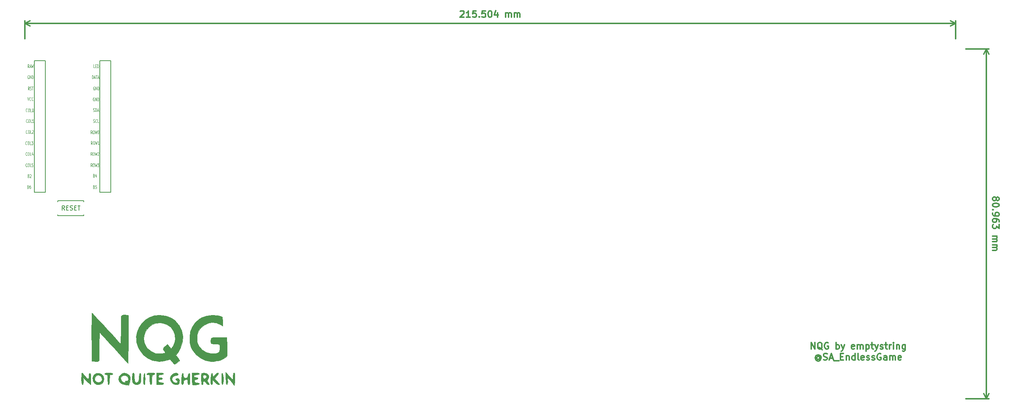
<source format=gbr>
G04 #@! TF.GenerationSoftware,KiCad,Pcbnew,(5.0.0)*
G04 #@! TF.CreationDate,2019-03-21T00:22:58+08:00*
G04 #@! TF.ProjectId,nqg,6E71672E6B696361645F706362000000,rev?*
G04 #@! TF.SameCoordinates,Original*
G04 #@! TF.FileFunction,Legend,Top*
G04 #@! TF.FilePolarity,Positive*
%FSLAX46Y46*%
G04 Gerber Fmt 4.6, Leading zero omitted, Abs format (unit mm)*
G04 Created by KiCad (PCBNEW (5.0.0)) date 03/21/19 00:22:58*
%MOMM*%
%LPD*%
G01*
G04 APERTURE LIST*
%ADD10C,0.300000*%
%ADD11C,0.150000*%
%ADD12C,0.010000*%
%ADD13C,0.125000*%
G04 APERTURE END LIST*
D10*
X365420721Y-155997108D02*
X365492150Y-155854251D01*
X365563578Y-155782822D01*
X365706435Y-155711394D01*
X365777864Y-155711394D01*
X365920721Y-155782822D01*
X365992150Y-155854251D01*
X366063578Y-155997108D01*
X366063578Y-156282822D01*
X365992150Y-156425680D01*
X365920721Y-156497108D01*
X365777864Y-156568537D01*
X365706435Y-156568537D01*
X365563578Y-156497108D01*
X365492150Y-156425680D01*
X365420721Y-156282822D01*
X365420721Y-155997108D01*
X365349292Y-155854251D01*
X365277864Y-155782822D01*
X365135007Y-155711394D01*
X364849292Y-155711394D01*
X364706435Y-155782822D01*
X364635007Y-155854251D01*
X364563578Y-155997108D01*
X364563578Y-156282822D01*
X364635007Y-156425680D01*
X364706435Y-156497108D01*
X364849292Y-156568537D01*
X365135007Y-156568537D01*
X365277864Y-156497108D01*
X365349292Y-156425680D01*
X365420721Y-156282822D01*
X366063578Y-157497108D02*
X366063578Y-157639965D01*
X365992150Y-157782822D01*
X365920721Y-157854251D01*
X365777864Y-157925680D01*
X365492150Y-157997108D01*
X365135007Y-157997108D01*
X364849292Y-157925680D01*
X364706435Y-157854251D01*
X364635007Y-157782822D01*
X364563578Y-157639965D01*
X364563578Y-157497108D01*
X364635007Y-157354251D01*
X364706435Y-157282822D01*
X364849292Y-157211394D01*
X365135007Y-157139965D01*
X365492150Y-157139965D01*
X365777864Y-157211394D01*
X365920721Y-157282822D01*
X365992150Y-157354251D01*
X366063578Y-157497108D01*
X364706435Y-158639965D02*
X364635007Y-158711394D01*
X364563578Y-158639965D01*
X364635007Y-158568537D01*
X364706435Y-158639965D01*
X364563578Y-158639965D01*
X364563578Y-159425680D02*
X364563578Y-159711394D01*
X364635007Y-159854251D01*
X364706435Y-159925680D01*
X364920721Y-160068537D01*
X365206435Y-160139965D01*
X365777864Y-160139965D01*
X365920721Y-160068537D01*
X365992150Y-159997108D01*
X366063578Y-159854251D01*
X366063578Y-159568537D01*
X365992150Y-159425680D01*
X365920721Y-159354251D01*
X365777864Y-159282822D01*
X365420721Y-159282822D01*
X365277864Y-159354251D01*
X365206435Y-159425680D01*
X365135007Y-159568537D01*
X365135007Y-159854251D01*
X365206435Y-159997108D01*
X365277864Y-160068537D01*
X365420721Y-160139965D01*
X366063578Y-161425680D02*
X366063578Y-161139965D01*
X365992150Y-160997108D01*
X365920721Y-160925680D01*
X365706435Y-160782822D01*
X365420721Y-160711394D01*
X364849292Y-160711394D01*
X364706435Y-160782822D01*
X364635007Y-160854251D01*
X364563578Y-160997108D01*
X364563578Y-161282822D01*
X364635007Y-161425680D01*
X364706435Y-161497108D01*
X364849292Y-161568537D01*
X365206435Y-161568537D01*
X365349292Y-161497108D01*
X365420721Y-161425680D01*
X365492150Y-161282822D01*
X365492150Y-160997108D01*
X365420721Y-160854251D01*
X365349292Y-160782822D01*
X365206435Y-160711394D01*
X366063578Y-162068537D02*
X366063578Y-162997108D01*
X365492150Y-162497108D01*
X365492150Y-162711394D01*
X365420721Y-162854251D01*
X365349292Y-162925680D01*
X365206435Y-162997108D01*
X364849292Y-162997108D01*
X364706435Y-162925680D01*
X364635007Y-162854251D01*
X364563578Y-162711394D01*
X364563578Y-162282822D01*
X364635007Y-162139965D01*
X364706435Y-162068537D01*
X364563578Y-164782822D02*
X365563578Y-164782822D01*
X365420721Y-164782822D02*
X365492150Y-164854251D01*
X365563578Y-164997108D01*
X365563578Y-165211394D01*
X365492150Y-165354251D01*
X365349292Y-165425680D01*
X364563578Y-165425680D01*
X365349292Y-165425680D02*
X365492150Y-165497108D01*
X365563578Y-165639965D01*
X365563578Y-165854251D01*
X365492150Y-165997108D01*
X365349292Y-166068537D01*
X364563578Y-166068537D01*
X364563578Y-166782822D02*
X365563578Y-166782822D01*
X365420721Y-166782822D02*
X365492150Y-166854251D01*
X365563578Y-166997108D01*
X365563578Y-167211394D01*
X365492150Y-167354251D01*
X365349292Y-167425680D01*
X364563578Y-167425680D01*
X365349292Y-167425680D02*
X365492150Y-167497108D01*
X365563578Y-167639965D01*
X365563578Y-167854251D01*
X365492150Y-167997108D01*
X365349292Y-168068537D01*
X364563578Y-168068537D01*
X363142150Y-121444260D02*
X363142150Y-202407100D01*
X358379630Y-121444260D02*
X363728571Y-121444260D01*
X358379630Y-202407100D02*
X363728571Y-202407100D01*
X363142150Y-202407100D02*
X362555729Y-201280596D01*
X363142150Y-202407100D02*
X363728571Y-201280596D01*
X363142150Y-121444260D02*
X362555729Y-122570764D01*
X363142150Y-121444260D02*
X363728571Y-122570764D01*
X241317783Y-112712538D02*
X241389212Y-112641110D01*
X241532069Y-112569681D01*
X241889212Y-112569681D01*
X242032069Y-112641110D01*
X242103497Y-112712538D01*
X242174926Y-112855395D01*
X242174926Y-112998252D01*
X242103497Y-113212538D01*
X241246355Y-114069681D01*
X242174926Y-114069681D01*
X243603497Y-114069681D02*
X242746355Y-114069681D01*
X243174926Y-114069681D02*
X243174926Y-112569681D01*
X243032069Y-112783967D01*
X242889212Y-112926824D01*
X242746355Y-112998252D01*
X244960640Y-112569681D02*
X244246355Y-112569681D01*
X244174926Y-113283967D01*
X244246355Y-113212538D01*
X244389212Y-113141110D01*
X244746355Y-113141110D01*
X244889212Y-113212538D01*
X244960640Y-113283967D01*
X245032069Y-113426824D01*
X245032069Y-113783967D01*
X244960640Y-113926824D01*
X244889212Y-113998252D01*
X244746355Y-114069681D01*
X244389212Y-114069681D01*
X244246355Y-113998252D01*
X244174926Y-113926824D01*
X245674926Y-113926824D02*
X245746355Y-113998252D01*
X245674926Y-114069681D01*
X245603497Y-113998252D01*
X245674926Y-113926824D01*
X245674926Y-114069681D01*
X247103497Y-112569681D02*
X246389212Y-112569681D01*
X246317783Y-113283967D01*
X246389212Y-113212538D01*
X246532069Y-113141110D01*
X246889212Y-113141110D01*
X247032069Y-113212538D01*
X247103497Y-113283967D01*
X247174926Y-113426824D01*
X247174926Y-113783967D01*
X247103497Y-113926824D01*
X247032069Y-113998252D01*
X246889212Y-114069681D01*
X246532069Y-114069681D01*
X246389212Y-113998252D01*
X246317783Y-113926824D01*
X248103497Y-112569681D02*
X248246355Y-112569681D01*
X248389212Y-112641110D01*
X248460640Y-112712538D01*
X248532069Y-112855395D01*
X248603497Y-113141110D01*
X248603497Y-113498252D01*
X248532069Y-113783967D01*
X248460640Y-113926824D01*
X248389212Y-113998252D01*
X248246355Y-114069681D01*
X248103497Y-114069681D01*
X247960640Y-113998252D01*
X247889212Y-113926824D01*
X247817783Y-113783967D01*
X247746355Y-113498252D01*
X247746355Y-113141110D01*
X247817783Y-112855395D01*
X247889212Y-112712538D01*
X247960640Y-112641110D01*
X248103497Y-112569681D01*
X249889212Y-113069681D02*
X249889212Y-114069681D01*
X249532069Y-112498252D02*
X249174926Y-113569681D01*
X250103497Y-113569681D01*
X251817783Y-114069681D02*
X251817783Y-113069681D01*
X251817783Y-113212538D02*
X251889212Y-113141110D01*
X252032069Y-113069681D01*
X252246355Y-113069681D01*
X252389212Y-113141110D01*
X252460640Y-113283967D01*
X252460640Y-114069681D01*
X252460640Y-113283967D02*
X252532069Y-113141110D01*
X252674926Y-113069681D01*
X252889212Y-113069681D01*
X253032069Y-113141110D01*
X253103497Y-113283967D01*
X253103497Y-114069681D01*
X253817783Y-114069681D02*
X253817783Y-113069681D01*
X253817783Y-113212538D02*
X253889212Y-113141110D01*
X254032069Y-113069681D01*
X254246355Y-113069681D01*
X254389212Y-113141110D01*
X254460640Y-113283967D01*
X254460640Y-114069681D01*
X254460640Y-113283967D02*
X254532069Y-113141110D01*
X254674926Y-113069681D01*
X254889212Y-113069681D01*
X255032069Y-113141110D01*
X255103497Y-113283967D01*
X255103497Y-114069681D01*
X355998370Y-115491110D02*
X140494340Y-115491110D01*
X355998370Y-119063000D02*
X355998370Y-114904689D01*
X140494340Y-119063000D02*
X140494340Y-114904689D01*
X140494340Y-115491110D02*
X141620844Y-114904689D01*
X140494340Y-115491110D02*
X141620844Y-116077531D01*
X355998370Y-115491110D02*
X354871866Y-114904689D01*
X355998370Y-115491110D02*
X354871866Y-116077531D01*
X322557142Y-190928571D02*
X322557142Y-189428571D01*
X323414285Y-190928571D01*
X323414285Y-189428571D01*
X325128571Y-191071428D02*
X324985714Y-191000000D01*
X324842857Y-190857142D01*
X324628571Y-190642857D01*
X324485714Y-190571428D01*
X324342857Y-190571428D01*
X324414285Y-190928571D02*
X324271428Y-190857142D01*
X324128571Y-190714285D01*
X324057142Y-190428571D01*
X324057142Y-189928571D01*
X324128571Y-189642857D01*
X324271428Y-189500000D01*
X324414285Y-189428571D01*
X324700000Y-189428571D01*
X324842857Y-189500000D01*
X324985714Y-189642857D01*
X325057142Y-189928571D01*
X325057142Y-190428571D01*
X324985714Y-190714285D01*
X324842857Y-190857142D01*
X324700000Y-190928571D01*
X324414285Y-190928571D01*
X326485714Y-189500000D02*
X326342857Y-189428571D01*
X326128571Y-189428571D01*
X325914285Y-189500000D01*
X325771428Y-189642857D01*
X325700000Y-189785714D01*
X325628571Y-190071428D01*
X325628571Y-190285714D01*
X325700000Y-190571428D01*
X325771428Y-190714285D01*
X325914285Y-190857142D01*
X326128571Y-190928571D01*
X326271428Y-190928571D01*
X326485714Y-190857142D01*
X326557142Y-190785714D01*
X326557142Y-190285714D01*
X326271428Y-190285714D01*
X328342857Y-190928571D02*
X328342857Y-189428571D01*
X328342857Y-190000000D02*
X328485714Y-189928571D01*
X328771428Y-189928571D01*
X328914285Y-190000000D01*
X328985714Y-190071428D01*
X329057142Y-190214285D01*
X329057142Y-190642857D01*
X328985714Y-190785714D01*
X328914285Y-190857142D01*
X328771428Y-190928571D01*
X328485714Y-190928571D01*
X328342857Y-190857142D01*
X329557142Y-189928571D02*
X329914285Y-190928571D01*
X330271428Y-189928571D02*
X329914285Y-190928571D01*
X329771428Y-191285714D01*
X329700000Y-191357142D01*
X329557142Y-191428571D01*
X332557142Y-190857142D02*
X332414285Y-190928571D01*
X332128571Y-190928571D01*
X331985714Y-190857142D01*
X331914285Y-190714285D01*
X331914285Y-190142857D01*
X331985714Y-190000000D01*
X332128571Y-189928571D01*
X332414285Y-189928571D01*
X332557142Y-190000000D01*
X332628571Y-190142857D01*
X332628571Y-190285714D01*
X331914285Y-190428571D01*
X333271428Y-190928571D02*
X333271428Y-189928571D01*
X333271428Y-190071428D02*
X333342857Y-190000000D01*
X333485714Y-189928571D01*
X333700000Y-189928571D01*
X333842857Y-190000000D01*
X333914285Y-190142857D01*
X333914285Y-190928571D01*
X333914285Y-190142857D02*
X333985714Y-190000000D01*
X334128571Y-189928571D01*
X334342857Y-189928571D01*
X334485714Y-190000000D01*
X334557142Y-190142857D01*
X334557142Y-190928571D01*
X335271428Y-189928571D02*
X335271428Y-191428571D01*
X335271428Y-190000000D02*
X335414285Y-189928571D01*
X335700000Y-189928571D01*
X335842857Y-190000000D01*
X335914285Y-190071428D01*
X335985714Y-190214285D01*
X335985714Y-190642857D01*
X335914285Y-190785714D01*
X335842857Y-190857142D01*
X335700000Y-190928571D01*
X335414285Y-190928571D01*
X335271428Y-190857142D01*
X336414285Y-189928571D02*
X336985714Y-189928571D01*
X336628571Y-189428571D02*
X336628571Y-190714285D01*
X336700000Y-190857142D01*
X336842857Y-190928571D01*
X336985714Y-190928571D01*
X337342857Y-189928571D02*
X337700000Y-190928571D01*
X338057142Y-189928571D02*
X337700000Y-190928571D01*
X337557142Y-191285714D01*
X337485714Y-191357142D01*
X337342857Y-191428571D01*
X338557142Y-190857142D02*
X338700000Y-190928571D01*
X338985714Y-190928571D01*
X339128571Y-190857142D01*
X339200000Y-190714285D01*
X339200000Y-190642857D01*
X339128571Y-190500000D01*
X338985714Y-190428571D01*
X338771428Y-190428571D01*
X338628571Y-190357142D01*
X338557142Y-190214285D01*
X338557142Y-190142857D01*
X338628571Y-190000000D01*
X338771428Y-189928571D01*
X338985714Y-189928571D01*
X339128571Y-190000000D01*
X339628571Y-189928571D02*
X340200000Y-189928571D01*
X339842857Y-189428571D02*
X339842857Y-190714285D01*
X339914285Y-190857142D01*
X340057142Y-190928571D01*
X340200000Y-190928571D01*
X340700000Y-190928571D02*
X340700000Y-189928571D01*
X340700000Y-190214285D02*
X340771428Y-190071428D01*
X340842857Y-190000000D01*
X340985714Y-189928571D01*
X341128571Y-189928571D01*
X341628571Y-190928571D02*
X341628571Y-189928571D01*
X341628571Y-189428571D02*
X341557142Y-189500000D01*
X341628571Y-189571428D01*
X341700000Y-189500000D01*
X341628571Y-189428571D01*
X341628571Y-189571428D01*
X342342857Y-189928571D02*
X342342857Y-190928571D01*
X342342857Y-190071428D02*
X342414285Y-190000000D01*
X342557142Y-189928571D01*
X342771428Y-189928571D01*
X342914285Y-190000000D01*
X342985714Y-190142857D01*
X342985714Y-190928571D01*
X344342857Y-189928571D02*
X344342857Y-191142857D01*
X344271428Y-191285714D01*
X344200000Y-191357142D01*
X344057142Y-191428571D01*
X343842857Y-191428571D01*
X343700000Y-191357142D01*
X344342857Y-190857142D02*
X344200000Y-190928571D01*
X343914285Y-190928571D01*
X343771428Y-190857142D01*
X343700000Y-190785714D01*
X343628571Y-190642857D01*
X343628571Y-190214285D01*
X343700000Y-190071428D01*
X343771428Y-190000000D01*
X343914285Y-189928571D01*
X344200000Y-189928571D01*
X344342857Y-190000000D01*
X324485714Y-192764285D02*
X324414285Y-192692857D01*
X324271428Y-192621428D01*
X324128571Y-192621428D01*
X323985714Y-192692857D01*
X323914285Y-192764285D01*
X323842857Y-192907142D01*
X323842857Y-193050000D01*
X323914285Y-193192857D01*
X323985714Y-193264285D01*
X324128571Y-193335714D01*
X324271428Y-193335714D01*
X324414285Y-193264285D01*
X324485714Y-193192857D01*
X324485714Y-192621428D02*
X324485714Y-193192857D01*
X324557142Y-193264285D01*
X324628571Y-193264285D01*
X324771428Y-193192857D01*
X324842857Y-193050000D01*
X324842857Y-192692857D01*
X324700000Y-192478571D01*
X324485714Y-192335714D01*
X324200000Y-192264285D01*
X323914285Y-192335714D01*
X323700000Y-192478571D01*
X323557142Y-192692857D01*
X323485714Y-192978571D01*
X323557142Y-193264285D01*
X323700000Y-193478571D01*
X323914285Y-193621428D01*
X324200000Y-193692857D01*
X324485714Y-193621428D01*
X324700000Y-193478571D01*
X325414285Y-193407142D02*
X325628571Y-193478571D01*
X325985714Y-193478571D01*
X326128571Y-193407142D01*
X326200000Y-193335714D01*
X326271428Y-193192857D01*
X326271428Y-193050000D01*
X326200000Y-192907142D01*
X326128571Y-192835714D01*
X325985714Y-192764285D01*
X325700000Y-192692857D01*
X325557142Y-192621428D01*
X325485714Y-192550000D01*
X325414285Y-192407142D01*
X325414285Y-192264285D01*
X325485714Y-192121428D01*
X325557142Y-192050000D01*
X325700000Y-191978571D01*
X326057142Y-191978571D01*
X326271428Y-192050000D01*
X326842857Y-193050000D02*
X327557142Y-193050000D01*
X326700000Y-193478571D02*
X327200000Y-191978571D01*
X327700000Y-193478571D01*
X327842857Y-193621428D02*
X328985714Y-193621428D01*
X329342857Y-192692857D02*
X329842857Y-192692857D01*
X330057142Y-193478571D02*
X329342857Y-193478571D01*
X329342857Y-191978571D01*
X330057142Y-191978571D01*
X330700000Y-192478571D02*
X330700000Y-193478571D01*
X330700000Y-192621428D02*
X330771428Y-192550000D01*
X330914285Y-192478571D01*
X331128571Y-192478571D01*
X331271428Y-192550000D01*
X331342857Y-192692857D01*
X331342857Y-193478571D01*
X332700000Y-193478571D02*
X332700000Y-191978571D01*
X332700000Y-193407142D02*
X332557142Y-193478571D01*
X332271428Y-193478571D01*
X332128571Y-193407142D01*
X332057142Y-193335714D01*
X331985714Y-193192857D01*
X331985714Y-192764285D01*
X332057142Y-192621428D01*
X332128571Y-192550000D01*
X332271428Y-192478571D01*
X332557142Y-192478571D01*
X332700000Y-192550000D01*
X333628571Y-193478571D02*
X333485714Y-193407142D01*
X333414285Y-193264285D01*
X333414285Y-191978571D01*
X334771428Y-193407142D02*
X334628571Y-193478571D01*
X334342857Y-193478571D01*
X334200000Y-193407142D01*
X334128571Y-193264285D01*
X334128571Y-192692857D01*
X334200000Y-192550000D01*
X334342857Y-192478571D01*
X334628571Y-192478571D01*
X334771428Y-192550000D01*
X334842857Y-192692857D01*
X334842857Y-192835714D01*
X334128571Y-192978571D01*
X335414285Y-193407142D02*
X335557142Y-193478571D01*
X335842857Y-193478571D01*
X335985714Y-193407142D01*
X336057142Y-193264285D01*
X336057142Y-193192857D01*
X335985714Y-193050000D01*
X335842857Y-192978571D01*
X335628571Y-192978571D01*
X335485714Y-192907142D01*
X335414285Y-192764285D01*
X335414285Y-192692857D01*
X335485714Y-192550000D01*
X335628571Y-192478571D01*
X335842857Y-192478571D01*
X335985714Y-192550000D01*
X336628571Y-193407142D02*
X336771428Y-193478571D01*
X337057142Y-193478571D01*
X337200000Y-193407142D01*
X337271428Y-193264285D01*
X337271428Y-193192857D01*
X337200000Y-193050000D01*
X337057142Y-192978571D01*
X336842857Y-192978571D01*
X336700000Y-192907142D01*
X336628571Y-192764285D01*
X336628571Y-192692857D01*
X336700000Y-192550000D01*
X336842857Y-192478571D01*
X337057142Y-192478571D01*
X337200000Y-192550000D01*
X338700000Y-192050000D02*
X338557142Y-191978571D01*
X338342857Y-191978571D01*
X338128571Y-192050000D01*
X337985714Y-192192857D01*
X337914285Y-192335714D01*
X337842857Y-192621428D01*
X337842857Y-192835714D01*
X337914285Y-193121428D01*
X337985714Y-193264285D01*
X338128571Y-193407142D01*
X338342857Y-193478571D01*
X338485714Y-193478571D01*
X338700000Y-193407142D01*
X338771428Y-193335714D01*
X338771428Y-192835714D01*
X338485714Y-192835714D01*
X340057142Y-193478571D02*
X340057142Y-192692857D01*
X339985714Y-192550000D01*
X339842857Y-192478571D01*
X339557142Y-192478571D01*
X339414285Y-192550000D01*
X340057142Y-193407142D02*
X339914285Y-193478571D01*
X339557142Y-193478571D01*
X339414285Y-193407142D01*
X339342857Y-193264285D01*
X339342857Y-193121428D01*
X339414285Y-192978571D01*
X339557142Y-192907142D01*
X339914285Y-192907142D01*
X340057142Y-192835714D01*
X340771428Y-193478571D02*
X340771428Y-192478571D01*
X340771428Y-192621428D02*
X340842857Y-192550000D01*
X340985714Y-192478571D01*
X341200000Y-192478571D01*
X341342857Y-192550000D01*
X341414285Y-192692857D01*
X341414285Y-193478571D01*
X341414285Y-192692857D02*
X341485714Y-192550000D01*
X341628571Y-192478571D01*
X341842857Y-192478571D01*
X341985714Y-192550000D01*
X342057142Y-192692857D01*
X342057142Y-193478571D01*
X343342857Y-193407142D02*
X343200000Y-193478571D01*
X342914285Y-193478571D01*
X342771428Y-193407142D01*
X342700000Y-193264285D01*
X342700000Y-192692857D01*
X342771428Y-192550000D01*
X342914285Y-192478571D01*
X343200000Y-192478571D01*
X343342857Y-192550000D01*
X343414285Y-192692857D01*
X343414285Y-192835714D01*
X342700000Y-192978571D01*
D11*
G04 #@! TO.C,SW40*
X148100000Y-160025000D02*
X154100000Y-160025000D01*
X154100000Y-160025000D02*
X154100000Y-159775000D01*
X148100000Y-160025000D02*
X148100000Y-159775000D01*
X148100000Y-156525000D02*
X148100000Y-156775000D01*
X148100000Y-156525000D02*
X154100000Y-156525000D01*
X154100000Y-156525000D02*
X154100000Y-156775000D01*
G04 #@! TO.C,U1*
X157836400Y-154632000D02*
X157836400Y-124152000D01*
X160376400Y-154632000D02*
X157836400Y-154632000D01*
X160376400Y-124152000D02*
X160376400Y-154632000D01*
X157836400Y-124152000D02*
X160376400Y-124152000D01*
X142616400Y-154632000D02*
X142616400Y-124152000D01*
X145156400Y-154632000D02*
X142616400Y-154632000D01*
X145156400Y-124152000D02*
X145156400Y-154632000D01*
X142616400Y-124152000D02*
X145156400Y-124152000D01*
D12*
G04 #@! TO.C,G\002A\002A\002A*
G36*
X185064930Y-183139782D02*
X185533666Y-183262951D01*
X186211000Y-183484784D01*
X186247379Y-184533501D01*
X186283758Y-185582219D01*
X185715596Y-185246995D01*
X184776389Y-184868042D01*
X183807919Y-184780763D01*
X182862438Y-184953812D01*
X181992197Y-185355847D01*
X181249448Y-185955523D01*
X180686440Y-186721497D01*
X180355427Y-187622425D01*
X180297208Y-188497302D01*
X180354472Y-189150758D01*
X180437723Y-189588803D01*
X180579625Y-189934626D01*
X180755122Y-190224308D01*
X181507407Y-191100729D01*
X182415569Y-191677517D01*
X183470836Y-191950122D01*
X184117511Y-191968454D01*
X184693462Y-191911170D01*
X185150330Y-191809115D01*
X185330944Y-191724377D01*
X185468056Y-191463661D01*
X185550648Y-191029495D01*
X185575519Y-190537258D01*
X185539465Y-190102331D01*
X185439284Y-189840094D01*
X185384088Y-189809769D01*
X185095905Y-189783533D01*
X184647648Y-189752137D01*
X184602333Y-189749333D01*
X184121327Y-189717690D01*
X183761158Y-189690206D01*
X183746689Y-189688897D01*
X183564238Y-189561145D01*
X183494605Y-189183846D01*
X183492689Y-188995091D01*
X183510909Y-188658737D01*
X183591232Y-188430047D01*
X183788113Y-188289497D01*
X184156003Y-188217566D01*
X184749356Y-188194731D01*
X185622623Y-188201469D01*
X185703000Y-188202653D01*
X187227000Y-188225333D01*
X187276142Y-190172667D01*
X187288374Y-190984055D01*
X187284020Y-191697552D01*
X187264520Y-192229065D01*
X187236714Y-192476571D01*
X186995530Y-192794416D01*
X186423106Y-193150233D01*
X186116312Y-193296201D01*
X185582734Y-193517843D01*
X185179555Y-193652103D01*
X184995329Y-193670107D01*
X184784104Y-193646298D01*
X184542588Y-193701058D01*
X184119527Y-193771387D01*
X183601128Y-193775012D01*
X183586333Y-193773877D01*
X182259909Y-193511143D01*
X181063041Y-192962723D01*
X180043500Y-192159116D01*
X179249060Y-191130822D01*
X179139193Y-190934667D01*
X178871516Y-190378861D01*
X178707415Y-189864920D01*
X178623830Y-189277489D01*
X178597703Y-188501217D01*
X178597576Y-188225333D01*
X178760337Y-186931953D01*
X179218203Y-185749288D01*
X179941069Y-184725499D01*
X180898834Y-183908744D01*
X181508627Y-183568133D01*
X182654496Y-183183639D01*
X183880472Y-183037782D01*
X185064930Y-183139782D01*
X185064930Y-183139782D01*
G37*
X185064930Y-183139782D02*
X185533666Y-183262951D01*
X186211000Y-183484784D01*
X186247379Y-184533501D01*
X186283758Y-185582219D01*
X185715596Y-185246995D01*
X184776389Y-184868042D01*
X183807919Y-184780763D01*
X182862438Y-184953812D01*
X181992197Y-185355847D01*
X181249448Y-185955523D01*
X180686440Y-186721497D01*
X180355427Y-187622425D01*
X180297208Y-188497302D01*
X180354472Y-189150758D01*
X180437723Y-189588803D01*
X180579625Y-189934626D01*
X180755122Y-190224308D01*
X181507407Y-191100729D01*
X182415569Y-191677517D01*
X183470836Y-191950122D01*
X184117511Y-191968454D01*
X184693462Y-191911170D01*
X185150330Y-191809115D01*
X185330944Y-191724377D01*
X185468056Y-191463661D01*
X185550648Y-191029495D01*
X185575519Y-190537258D01*
X185539465Y-190102331D01*
X185439284Y-189840094D01*
X185384088Y-189809769D01*
X185095905Y-189783533D01*
X184647648Y-189752137D01*
X184602333Y-189749333D01*
X184121327Y-189717690D01*
X183761158Y-189690206D01*
X183746689Y-189688897D01*
X183564238Y-189561145D01*
X183494605Y-189183846D01*
X183492689Y-188995091D01*
X183510909Y-188658737D01*
X183591232Y-188430047D01*
X183788113Y-188289497D01*
X184156003Y-188217566D01*
X184749356Y-188194731D01*
X185622623Y-188201469D01*
X185703000Y-188202653D01*
X187227000Y-188225333D01*
X187276142Y-190172667D01*
X187288374Y-190984055D01*
X187284020Y-191697552D01*
X187264520Y-192229065D01*
X187236714Y-192476571D01*
X186995530Y-192794416D01*
X186423106Y-193150233D01*
X186116312Y-193296201D01*
X185582734Y-193517843D01*
X185179555Y-193652103D01*
X184995329Y-193670107D01*
X184784104Y-193646298D01*
X184542588Y-193701058D01*
X184119527Y-193771387D01*
X183601128Y-193775012D01*
X183586333Y-193773877D01*
X182259909Y-193511143D01*
X181063041Y-192962723D01*
X180043500Y-192159116D01*
X179249060Y-191130822D01*
X179139193Y-190934667D01*
X178871516Y-190378861D01*
X178707415Y-189864920D01*
X178623830Y-189277489D01*
X178597703Y-188501217D01*
X178597576Y-188225333D01*
X178760337Y-186931953D01*
X179218203Y-185749288D01*
X179941069Y-184725499D01*
X180898834Y-183908744D01*
X181508627Y-183568133D01*
X182654496Y-183183639D01*
X183880472Y-183037782D01*
X185064930Y-183139782D01*
G36*
X155988369Y-182560971D02*
X156046482Y-182606648D01*
X156163240Y-182720907D01*
X156368150Y-182934942D01*
X156690720Y-183279946D01*
X157160455Y-183787115D01*
X157806864Y-184487643D01*
X158459657Y-185195911D01*
X159540952Y-186370317D01*
X160412146Y-187318936D01*
X161093626Y-188064115D01*
X161605778Y-188628202D01*
X161968988Y-189033545D01*
X162171057Y-189264399D01*
X162438284Y-189544331D01*
X162605844Y-189664581D01*
X162607842Y-189664667D01*
X162636392Y-189504189D01*
X162659529Y-189058132D01*
X162675951Y-188379557D01*
X162684355Y-187521525D01*
X162683652Y-186574333D01*
X162684410Y-185571085D01*
X162696862Y-184674700D01*
X162719244Y-183944342D01*
X162749794Y-183439179D01*
X162783492Y-183224413D01*
X163001472Y-183046282D01*
X163469674Y-182998961D01*
X163611343Y-183004577D01*
X164066263Y-183043682D01*
X164352088Y-183093925D01*
X164389399Y-183111288D01*
X164404208Y-183290557D01*
X164415199Y-183768153D01*
X164422208Y-184503754D01*
X164425077Y-185457040D01*
X164423645Y-186587690D01*
X164417750Y-187855383D01*
X164411680Y-188705438D01*
X164367000Y-194232626D01*
X163155232Y-192922313D01*
X162504649Y-192217153D01*
X161803405Y-191454425D01*
X161168110Y-190761045D01*
X160953899Y-190526407D01*
X160356646Y-189876980D01*
X159654743Y-189122312D01*
X158977876Y-188401671D01*
X158825168Y-188240407D01*
X157686003Y-187040000D01*
X157662635Y-190172667D01*
X157654015Y-191182043D01*
X157644254Y-192083940D01*
X157634151Y-192819874D01*
X157624504Y-193331359D01*
X157616467Y-193556345D01*
X157499486Y-193719149D01*
X157147082Y-193782654D01*
X156831666Y-193781712D01*
X156355071Y-193763466D01*
X156040238Y-193747303D01*
X155985000Y-193742376D01*
X155966015Y-193578059D01*
X155949214Y-193123657D01*
X155934707Y-192427272D01*
X155922604Y-191537008D01*
X155913014Y-190500967D01*
X155906048Y-189367250D01*
X155901816Y-188183961D01*
X155900428Y-186999203D01*
X155901994Y-185861077D01*
X155906625Y-184817686D01*
X155914429Y-183917133D01*
X155925518Y-183207520D01*
X155940001Y-182736949D01*
X155957988Y-182553524D01*
X155959395Y-182552681D01*
X155988369Y-182560971D01*
X155988369Y-182560971D01*
G37*
X155988369Y-182560971D02*
X156046482Y-182606648D01*
X156163240Y-182720907D01*
X156368150Y-182934942D01*
X156690720Y-183279946D01*
X157160455Y-183787115D01*
X157806864Y-184487643D01*
X158459657Y-185195911D01*
X159540952Y-186370317D01*
X160412146Y-187318936D01*
X161093626Y-188064115D01*
X161605778Y-188628202D01*
X161968988Y-189033545D01*
X162171057Y-189264399D01*
X162438284Y-189544331D01*
X162605844Y-189664581D01*
X162607842Y-189664667D01*
X162636392Y-189504189D01*
X162659529Y-189058132D01*
X162675951Y-188379557D01*
X162684355Y-187521525D01*
X162683652Y-186574333D01*
X162684410Y-185571085D01*
X162696862Y-184674700D01*
X162719244Y-183944342D01*
X162749794Y-183439179D01*
X162783492Y-183224413D01*
X163001472Y-183046282D01*
X163469674Y-182998961D01*
X163611343Y-183004577D01*
X164066263Y-183043682D01*
X164352088Y-183093925D01*
X164389399Y-183111288D01*
X164404208Y-183290557D01*
X164415199Y-183768153D01*
X164422208Y-184503754D01*
X164425077Y-185457040D01*
X164423645Y-186587690D01*
X164417750Y-187855383D01*
X164411680Y-188705438D01*
X164367000Y-194232626D01*
X163155232Y-192922313D01*
X162504649Y-192217153D01*
X161803405Y-191454425D01*
X161168110Y-190761045D01*
X160953899Y-190526407D01*
X160356646Y-189876980D01*
X159654743Y-189122312D01*
X158977876Y-188401671D01*
X158825168Y-188240407D01*
X157686003Y-187040000D01*
X157662635Y-190172667D01*
X157654015Y-191182043D01*
X157644254Y-192083940D01*
X157634151Y-192819874D01*
X157624504Y-193331359D01*
X157616467Y-193556345D01*
X157499486Y-193719149D01*
X157147082Y-193782654D01*
X156831666Y-193781712D01*
X156355071Y-193763466D01*
X156040238Y-193747303D01*
X155985000Y-193742376D01*
X155966015Y-193578059D01*
X155949214Y-193123657D01*
X155934707Y-192427272D01*
X155922604Y-191537008D01*
X155913014Y-190500967D01*
X155906048Y-189367250D01*
X155901816Y-188183961D01*
X155900428Y-186999203D01*
X155901994Y-185861077D01*
X155906625Y-184817686D01*
X155914429Y-183917133D01*
X155925518Y-183207520D01*
X155940001Y-182736949D01*
X155957988Y-182553524D01*
X155959395Y-182552681D01*
X155988369Y-182560971D01*
G36*
X172965995Y-183192954D02*
X173087666Y-183224796D01*
X174244857Y-183656129D01*
X175170851Y-184278930D01*
X175945839Y-185151503D01*
X176147170Y-185449260D01*
X176743897Y-186668519D01*
X177009843Y-187936410D01*
X176945704Y-189232164D01*
X176552179Y-190535014D01*
X175938319Y-191664313D01*
X175456321Y-192393959D01*
X175904274Y-192981255D01*
X176161489Y-193346107D01*
X176286802Y-193580066D01*
X176286280Y-193617100D01*
X176120186Y-193742021D01*
X175797036Y-193986426D01*
X175731830Y-194035825D01*
X175377996Y-194280854D01*
X175141981Y-194402932D01*
X175122381Y-194406000D01*
X174952356Y-194286701D01*
X174656838Y-193983557D01*
X174481886Y-193780978D01*
X174130807Y-193405028D01*
X173891405Y-193282025D01*
X173736669Y-193341798D01*
X173398796Y-193493575D01*
X172835979Y-193627616D01*
X172161938Y-193725192D01*
X171490393Y-193767574D01*
X171185717Y-193761915D01*
X170010854Y-193533317D01*
X168894235Y-193011464D01*
X167899655Y-192241723D01*
X167090908Y-191269461D01*
X166707206Y-190577043D01*
X166312301Y-189352078D01*
X166240485Y-188355134D01*
X167985667Y-188355134D01*
X168085063Y-189308932D01*
X168464664Y-190233358D01*
X168833607Y-190748623D01*
X169139815Y-191031815D01*
X169598817Y-191378258D01*
X169827436Y-191531575D01*
X170308334Y-191799727D01*
X170769406Y-191934969D01*
X171361340Y-191974011D01*
X171633770Y-191971618D01*
X172215275Y-191942426D01*
X172655970Y-191887022D01*
X172846851Y-191824705D01*
X172844422Y-191621744D01*
X172691517Y-191388038D01*
X172447700Y-190997465D01*
X172503020Y-190646992D01*
X172870775Y-190279124D01*
X172963592Y-190211935D01*
X173511000Y-189827869D01*
X173934333Y-190339783D01*
X174357666Y-190851696D01*
X174753844Y-190267886D01*
X175096558Y-189492968D01*
X175233029Y-188700705D01*
X175165176Y-187639289D01*
X174805184Y-186677969D01*
X174195723Y-185865856D01*
X173379461Y-185252060D01*
X172399067Y-184885693D01*
X171852816Y-184810140D01*
X170803779Y-184892192D01*
X169882717Y-185244295D01*
X169115004Y-185816544D01*
X168526010Y-186559036D01*
X168141107Y-187421867D01*
X167985667Y-188355134D01*
X166240485Y-188355134D01*
X166225132Y-188142019D01*
X166415365Y-186981823D01*
X166852662Y-185906447D01*
X167506688Y-184950847D01*
X168347107Y-184149979D01*
X169343583Y-183538800D01*
X170465781Y-183152265D01*
X171683363Y-183025331D01*
X172965995Y-183192954D01*
X172965995Y-183192954D01*
G37*
X172965995Y-183192954D02*
X173087666Y-183224796D01*
X174244857Y-183656129D01*
X175170851Y-184278930D01*
X175945839Y-185151503D01*
X176147170Y-185449260D01*
X176743897Y-186668519D01*
X177009843Y-187936410D01*
X176945704Y-189232164D01*
X176552179Y-190535014D01*
X175938319Y-191664313D01*
X175456321Y-192393959D01*
X175904274Y-192981255D01*
X176161489Y-193346107D01*
X176286802Y-193580066D01*
X176286280Y-193617100D01*
X176120186Y-193742021D01*
X175797036Y-193986426D01*
X175731830Y-194035825D01*
X175377996Y-194280854D01*
X175141981Y-194402932D01*
X175122381Y-194406000D01*
X174952356Y-194286701D01*
X174656838Y-193983557D01*
X174481886Y-193780978D01*
X174130807Y-193405028D01*
X173891405Y-193282025D01*
X173736669Y-193341798D01*
X173398796Y-193493575D01*
X172835979Y-193627616D01*
X172161938Y-193725192D01*
X171490393Y-193767574D01*
X171185717Y-193761915D01*
X170010854Y-193533317D01*
X168894235Y-193011464D01*
X167899655Y-192241723D01*
X167090908Y-191269461D01*
X166707206Y-190577043D01*
X166312301Y-189352078D01*
X166240485Y-188355134D01*
X167985667Y-188355134D01*
X168085063Y-189308932D01*
X168464664Y-190233358D01*
X168833607Y-190748623D01*
X169139815Y-191031815D01*
X169598817Y-191378258D01*
X169827436Y-191531575D01*
X170308334Y-191799727D01*
X170769406Y-191934969D01*
X171361340Y-191974011D01*
X171633770Y-191971618D01*
X172215275Y-191942426D01*
X172655970Y-191887022D01*
X172846851Y-191824705D01*
X172844422Y-191621744D01*
X172691517Y-191388038D01*
X172447700Y-190997465D01*
X172503020Y-190646992D01*
X172870775Y-190279124D01*
X172963592Y-190211935D01*
X173511000Y-189827869D01*
X173934333Y-190339783D01*
X174357666Y-190851696D01*
X174753844Y-190267886D01*
X175096558Y-189492968D01*
X175233029Y-188700705D01*
X175165176Y-187639289D01*
X174805184Y-186677969D01*
X174195723Y-185865856D01*
X173379461Y-185252060D01*
X172399067Y-184885693D01*
X171852816Y-184810140D01*
X170803779Y-184892192D01*
X169882717Y-185244295D01*
X169115004Y-185816544D01*
X168526010Y-186559036D01*
X168141107Y-187421867D01*
X167985667Y-188355134D01*
X166240485Y-188355134D01*
X166225132Y-188142019D01*
X166415365Y-186981823D01*
X166852662Y-185906447D01*
X167506688Y-184950847D01*
X168347107Y-184149979D01*
X169343583Y-183538800D01*
X170465781Y-183152265D01*
X171683363Y-183025331D01*
X172965995Y-183192954D01*
G36*
X186285466Y-196670646D02*
X186361387Y-197085430D01*
X186399932Y-197628688D01*
X186400289Y-198203008D01*
X186361647Y-198710977D01*
X186283194Y-199055183D01*
X186195195Y-199147333D01*
X186079129Y-199028950D01*
X186008186Y-198650694D01*
X185976774Y-197977903D01*
X185974567Y-197779994D01*
X185984817Y-197063296D01*
X186031125Y-196643947D01*
X186119605Y-196481959D01*
X186172982Y-196481748D01*
X186285466Y-196670646D01*
X186285466Y-196670646D01*
G37*
X186285466Y-196670646D02*
X186361387Y-197085430D01*
X186399932Y-197628688D01*
X186400289Y-198203008D01*
X186361647Y-198710977D01*
X186283194Y-199055183D01*
X186195195Y-199147333D01*
X186079129Y-199028950D01*
X186008186Y-198650694D01*
X185976774Y-197977903D01*
X185974567Y-197779994D01*
X185984817Y-197063296D01*
X186031125Y-196643947D01*
X186119605Y-196481959D01*
X186172982Y-196481748D01*
X186285466Y-196670646D01*
G36*
X185231313Y-196472859D02*
X185239946Y-196615988D01*
X185049515Y-196925218D01*
X184850989Y-197191955D01*
X184422311Y-197753980D01*
X184890597Y-198323657D01*
X185218923Y-198704584D01*
X185476735Y-198971936D01*
X185530941Y-199017740D01*
X185530483Y-199113288D01*
X185330582Y-199144740D01*
X184989500Y-199027941D01*
X184580388Y-198731996D01*
X184442366Y-198597000D01*
X183926567Y-198046667D01*
X183925783Y-198597000D01*
X183868433Y-198979962D01*
X183733704Y-199159208D01*
X183575593Y-199074588D01*
X183545738Y-199020333D01*
X183489459Y-198722854D01*
X183476284Y-198236137D01*
X183499119Y-197664399D01*
X183550869Y-197111858D01*
X183624439Y-196682733D01*
X183712734Y-196481241D01*
X183718783Y-196478516D01*
X183878504Y-196564282D01*
X183925000Y-196847222D01*
X183961977Y-197194208D01*
X184093702Y-197244628D01*
X184351364Y-196999300D01*
X184463253Y-196861333D01*
X184767754Y-196563592D01*
X185035805Y-196438016D01*
X185037956Y-196438000D01*
X185231313Y-196472859D01*
X185231313Y-196472859D01*
G37*
X185231313Y-196472859D02*
X185239946Y-196615988D01*
X185049515Y-196925218D01*
X184850989Y-197191955D01*
X184422311Y-197753980D01*
X184890597Y-198323657D01*
X185218923Y-198704584D01*
X185476735Y-198971936D01*
X185530941Y-199017740D01*
X185530483Y-199113288D01*
X185330582Y-199144740D01*
X184989500Y-199027941D01*
X184580388Y-198731996D01*
X184442366Y-198597000D01*
X183926567Y-198046667D01*
X183925783Y-198597000D01*
X183868433Y-198979962D01*
X183733704Y-199159208D01*
X183575593Y-199074588D01*
X183545738Y-199020333D01*
X183489459Y-198722854D01*
X183476284Y-198236137D01*
X183499119Y-197664399D01*
X183550869Y-197111858D01*
X183624439Y-196682733D01*
X183712734Y-196481241D01*
X183718783Y-196478516D01*
X183878504Y-196564282D01*
X183925000Y-196847222D01*
X183961977Y-197194208D01*
X184093702Y-197244628D01*
X184351364Y-196999300D01*
X184463253Y-196861333D01*
X184767754Y-196563592D01*
X185035805Y-196438016D01*
X185037956Y-196438000D01*
X185231313Y-196472859D01*
G36*
X182393292Y-196482080D02*
X182689255Y-196662636D01*
X182847440Y-196872834D01*
X183037742Y-197217033D01*
X183029850Y-197488638D01*
X182869773Y-197806367D01*
X182697785Y-198161254D01*
X182724961Y-198416559D01*
X182933421Y-198716586D01*
X183153557Y-199011998D01*
X183164077Y-199127319D01*
X182966425Y-199147313D01*
X182940765Y-199147333D01*
X182614124Y-199015189D01*
X182331904Y-198724000D01*
X182083786Y-198421571D01*
X181889096Y-198300667D01*
X181764730Y-198445602D01*
X181723666Y-198724000D01*
X181647330Y-199045226D01*
X181501250Y-199147333D01*
X181382900Y-199052550D01*
X181316369Y-198736081D01*
X181294116Y-198149745D01*
X181295843Y-197835000D01*
X181302518Y-197319926D01*
X181723666Y-197319926D01*
X181765359Y-197669102D01*
X181941642Y-197773717D01*
X182104666Y-197762110D01*
X182446090Y-197572106D01*
X182536965Y-197348454D01*
X182486196Y-197053471D01*
X182174977Y-196910012D01*
X182155965Y-196906269D01*
X181849506Y-196888966D01*
X181736763Y-197061851D01*
X181723666Y-197319926D01*
X181302518Y-197319926D01*
X181312852Y-196522667D01*
X181931389Y-196470720D01*
X182393292Y-196482080D01*
X182393292Y-196482080D01*
G37*
X182393292Y-196482080D02*
X182689255Y-196662636D01*
X182847440Y-196872834D01*
X183037742Y-197217033D01*
X183029850Y-197488638D01*
X182869773Y-197806367D01*
X182697785Y-198161254D01*
X182724961Y-198416559D01*
X182933421Y-198716586D01*
X183153557Y-199011998D01*
X183164077Y-199127319D01*
X182966425Y-199147313D01*
X182940765Y-199147333D01*
X182614124Y-199015189D01*
X182331904Y-198724000D01*
X182083786Y-198421571D01*
X181889096Y-198300667D01*
X181764730Y-198445602D01*
X181723666Y-198724000D01*
X181647330Y-199045226D01*
X181501250Y-199147333D01*
X181382900Y-199052550D01*
X181316369Y-198736081D01*
X181294116Y-198149745D01*
X181295843Y-197835000D01*
X181302518Y-197319926D01*
X181723666Y-197319926D01*
X181765359Y-197669102D01*
X181941642Y-197773717D01*
X182104666Y-197762110D01*
X182446090Y-197572106D01*
X182536965Y-197348454D01*
X182486196Y-197053471D01*
X182174977Y-196910012D01*
X182155965Y-196906269D01*
X181849506Y-196888966D01*
X181736763Y-197061851D01*
X181723666Y-197319926D01*
X181302518Y-197319926D01*
X181312852Y-196522667D01*
X181931389Y-196470720D01*
X182393292Y-196482080D01*
G36*
X177098205Y-196572304D02*
X177151640Y-196978328D01*
X177151666Y-196990786D01*
X177183007Y-197385518D01*
X177336079Y-197549041D01*
X177649803Y-197585958D01*
X178004641Y-197550751D01*
X178156882Y-197348329D01*
X178200136Y-197074435D01*
X178297973Y-196685484D01*
X178461063Y-196480275D01*
X178464000Y-196479263D01*
X178575012Y-196536173D01*
X178642118Y-196824188D01*
X178672272Y-197386001D01*
X178675666Y-197778555D01*
X178663903Y-198477755D01*
X178621198Y-198898813D01*
X178536427Y-199101676D01*
X178421666Y-199147333D01*
X178235437Y-199021359D01*
X178168484Y-198616864D01*
X178167666Y-198543419D01*
X178143382Y-198144127D01*
X178018666Y-197990808D01*
X177715725Y-197991522D01*
X177702000Y-197993086D01*
X177366916Y-198091144D01*
X177218782Y-198354141D01*
X177183271Y-198597000D01*
X177088024Y-198975733D01*
X176927156Y-199146304D01*
X176913523Y-199147333D01*
X176797237Y-199044549D01*
X176733632Y-198706712D01*
X176716084Y-198089596D01*
X176718749Y-197847056D01*
X176759148Y-197073521D01*
X176847678Y-196612094D01*
X176946163Y-196478279D01*
X177098205Y-196572304D01*
X177098205Y-196572304D01*
G37*
X177098205Y-196572304D02*
X177151640Y-196978328D01*
X177151666Y-196990786D01*
X177183007Y-197385518D01*
X177336079Y-197549041D01*
X177649803Y-197585958D01*
X178004641Y-197550751D01*
X178156882Y-197348329D01*
X178200136Y-197074435D01*
X178297973Y-196685484D01*
X178461063Y-196480275D01*
X178464000Y-196479263D01*
X178575012Y-196536173D01*
X178642118Y-196824188D01*
X178672272Y-197386001D01*
X178675666Y-197778555D01*
X178663903Y-198477755D01*
X178621198Y-198898813D01*
X178536427Y-199101676D01*
X178421666Y-199147333D01*
X178235437Y-199021359D01*
X178168484Y-198616864D01*
X178167666Y-198543419D01*
X178143382Y-198144127D01*
X178018666Y-197990808D01*
X177715725Y-197991522D01*
X177702000Y-197993086D01*
X177366916Y-198091144D01*
X177218782Y-198354141D01*
X177183271Y-198597000D01*
X177088024Y-198975733D01*
X176927156Y-199146304D01*
X176913523Y-199147333D01*
X176797237Y-199044549D01*
X176733632Y-198706712D01*
X176716084Y-198089596D01*
X176718749Y-197847056D01*
X176759148Y-197073521D01*
X176847678Y-196612094D01*
X176946163Y-196478279D01*
X177098205Y-196572304D01*
G36*
X175797058Y-196489467D02*
X175963595Y-196695615D01*
X175966333Y-196735970D01*
X175871381Y-196953170D01*
X175538603Y-197030259D01*
X175423293Y-197032303D01*
X174946721Y-197158262D01*
X174641030Y-197474639D01*
X174532160Y-197884180D01*
X174646051Y-198289630D01*
X175007018Y-198593011D01*
X175380282Y-198694538D01*
X175585333Y-198684208D01*
X175759778Y-198517116D01*
X175783747Y-198292947D01*
X175654128Y-198169758D01*
X175595390Y-198173667D01*
X175389133Y-198076343D01*
X175336004Y-197956172D01*
X175392162Y-197764249D01*
X175714919Y-197715573D01*
X175749280Y-197716816D01*
X176092848Y-197787614D01*
X176223878Y-198031330D01*
X176241821Y-198230643D01*
X176202696Y-198662406D01*
X176094087Y-198935667D01*
X175750420Y-199125057D01*
X175264144Y-199132961D01*
X174768622Y-198974196D01*
X174471850Y-198755419D01*
X174155969Y-198210107D01*
X174103287Y-197603938D01*
X174309400Y-197047921D01*
X174549836Y-196788957D01*
X174993590Y-196539751D01*
X175441527Y-196438717D01*
X175797058Y-196489467D01*
X175797058Y-196489467D01*
G37*
X175797058Y-196489467D02*
X175963595Y-196695615D01*
X175966333Y-196735970D01*
X175871381Y-196953170D01*
X175538603Y-197030259D01*
X175423293Y-197032303D01*
X174946721Y-197158262D01*
X174641030Y-197474639D01*
X174532160Y-197884180D01*
X174646051Y-198289630D01*
X175007018Y-198593011D01*
X175380282Y-198694538D01*
X175585333Y-198684208D01*
X175759778Y-198517116D01*
X175783747Y-198292947D01*
X175654128Y-198169758D01*
X175595390Y-198173667D01*
X175389133Y-198076343D01*
X175336004Y-197956172D01*
X175392162Y-197764249D01*
X175714919Y-197715573D01*
X175749280Y-197716816D01*
X176092848Y-197787614D01*
X176223878Y-198031330D01*
X176241821Y-198230643D01*
X176202696Y-198662406D01*
X176094087Y-198935667D01*
X175750420Y-199125057D01*
X175264144Y-199132961D01*
X174768622Y-198974196D01*
X174471850Y-198755419D01*
X174155969Y-198210107D01*
X174103287Y-197603938D01*
X174309400Y-197047921D01*
X174549836Y-196788957D01*
X174993590Y-196539751D01*
X175441527Y-196438717D01*
X175797058Y-196489467D01*
G36*
X172295926Y-196466625D02*
X172525754Y-196559036D01*
X172534854Y-196649667D01*
X172330016Y-196790625D01*
X171931437Y-196829555D01*
X171928076Y-196829358D01*
X171555587Y-196843502D01*
X171412706Y-196998534D01*
X171394333Y-197220351D01*
X171449577Y-197503163D01*
X171565181Y-197537730D01*
X171827100Y-197491594D01*
X172124694Y-197563218D01*
X172316618Y-197702457D01*
X172318131Y-197804858D01*
X172091148Y-197926342D01*
X171807673Y-197962000D01*
X171480800Y-198045473D01*
X171394333Y-198300667D01*
X171481208Y-198546443D01*
X171780367Y-198667115D01*
X172349609Y-198685485D01*
X172368000Y-198684824D01*
X172558975Y-198811798D01*
X172579666Y-198912148D01*
X172461627Y-199067133D01*
X172077942Y-199138764D01*
X171766454Y-199147333D01*
X170953242Y-199147333D01*
X170939989Y-197792667D01*
X170926736Y-196438000D01*
X171767312Y-196438000D01*
X172295926Y-196466625D01*
X172295926Y-196466625D01*
G37*
X172295926Y-196466625D02*
X172525754Y-196559036D01*
X172534854Y-196649667D01*
X172330016Y-196790625D01*
X171931437Y-196829555D01*
X171928076Y-196829358D01*
X171555587Y-196843502D01*
X171412706Y-196998534D01*
X171394333Y-197220351D01*
X171449577Y-197503163D01*
X171565181Y-197537730D01*
X171827100Y-197491594D01*
X172124694Y-197563218D01*
X172316618Y-197702457D01*
X172318131Y-197804858D01*
X172091148Y-197926342D01*
X171807673Y-197962000D01*
X171480800Y-198045473D01*
X171394333Y-198300667D01*
X171481208Y-198546443D01*
X171780367Y-198667115D01*
X172349609Y-198685485D01*
X172368000Y-198684824D01*
X172558975Y-198811798D01*
X172579666Y-198912148D01*
X172461627Y-199067133D01*
X172077942Y-199138764D01*
X171766454Y-199147333D01*
X170953242Y-199147333D01*
X170939989Y-197792667D01*
X170926736Y-196438000D01*
X171767312Y-196438000D01*
X172295926Y-196466625D01*
G36*
X170200562Y-196462317D02*
X170473899Y-196541529D01*
X170505333Y-196649667D01*
X170323213Y-196846640D01*
X170251333Y-196861333D01*
X170025777Y-196925194D01*
X169894692Y-197157950D01*
X169837540Y-197621364D01*
X169830597Y-198126581D01*
X169813284Y-198728175D01*
X169742170Y-199049708D01*
X169604584Y-199147278D01*
X169600067Y-199147333D01*
X169468170Y-199061733D01*
X169393206Y-198767784D01*
X169363906Y-198209761D01*
X169362333Y-197971723D01*
X169354389Y-197356111D01*
X169316589Y-197010355D01*
X169227983Y-196865760D01*
X169067617Y-196853634D01*
X169023666Y-196861333D01*
X168741009Y-196821446D01*
X168685000Y-196682277D01*
X168777527Y-196534227D01*
X169094062Y-196457883D01*
X169630444Y-196438000D01*
X170200562Y-196462317D01*
X170200562Y-196462317D01*
G37*
X170200562Y-196462317D02*
X170473899Y-196541529D01*
X170505333Y-196649667D01*
X170323213Y-196846640D01*
X170251333Y-196861333D01*
X170025777Y-196925194D01*
X169894692Y-197157950D01*
X169837540Y-197621364D01*
X169830597Y-198126581D01*
X169813284Y-198728175D01*
X169742170Y-199049708D01*
X169604584Y-199147278D01*
X169600067Y-199147333D01*
X169468170Y-199061733D01*
X169393206Y-198767784D01*
X169363906Y-198209761D01*
X169362333Y-197971723D01*
X169354389Y-197356111D01*
X169316589Y-197010355D01*
X169227983Y-196865760D01*
X169067617Y-196853634D01*
X169023666Y-196861333D01*
X168741009Y-196821446D01*
X168685000Y-196682277D01*
X168777527Y-196534227D01*
X169094062Y-196457883D01*
X169630444Y-196438000D01*
X170200562Y-196462317D01*
G36*
X168198095Y-196695752D02*
X168256305Y-197221438D01*
X168269865Y-197791117D01*
X168253274Y-198513746D01*
X168199865Y-198945071D01*
X168102043Y-199131192D01*
X168046429Y-199147333D01*
X167930850Y-199059871D01*
X167871977Y-198763046D01*
X167862934Y-198205206D01*
X167873543Y-197848590D01*
X167929999Y-197077617D01*
X168015723Y-196626629D01*
X168111494Y-196498411D01*
X168198095Y-196695752D01*
X168198095Y-196695752D01*
G37*
X168198095Y-196695752D02*
X168256305Y-197221438D01*
X168269865Y-197791117D01*
X168253274Y-198513746D01*
X168199865Y-198945071D01*
X168102043Y-199131192D01*
X168046429Y-199147333D01*
X167930850Y-199059871D01*
X167871977Y-198763046D01*
X167862934Y-198205206D01*
X167873543Y-197848590D01*
X167929999Y-197077617D01*
X168015723Y-196626629D01*
X168111494Y-196498411D01*
X168198095Y-196695752D01*
G36*
X160273026Y-196443090D02*
X160643750Y-196502162D01*
X160800033Y-196589590D01*
X160759091Y-196754906D01*
X160529960Y-196873177D01*
X160262596Y-196878515D01*
X160203052Y-196851889D01*
X160126112Y-196957034D01*
X160071547Y-197330916D01*
X160049114Y-197903838D01*
X160049000Y-197952006D01*
X160029531Y-198625833D01*
X159965470Y-199008404D01*
X159848333Y-199145200D01*
X159826034Y-199147333D01*
X159699342Y-199043446D01*
X159631488Y-198700670D01*
X159613831Y-198072331D01*
X159614367Y-198004333D01*
X159610181Y-197393851D01*
X159569085Y-197048488D01*
X159471037Y-196895119D01*
X159300871Y-196860615D01*
X158997556Y-196764510D01*
X158905760Y-196648948D01*
X159013305Y-196537959D01*
X159349340Y-196464387D01*
X159805401Y-196431631D01*
X160273026Y-196443090D01*
X160273026Y-196443090D01*
G37*
X160273026Y-196443090D02*
X160643750Y-196502162D01*
X160800033Y-196589590D01*
X160759091Y-196754906D01*
X160529960Y-196873177D01*
X160262596Y-196878515D01*
X160203052Y-196851889D01*
X160126112Y-196957034D01*
X160071547Y-197330916D01*
X160049114Y-197903838D01*
X160049000Y-197952006D01*
X160029531Y-198625833D01*
X159965470Y-199008404D01*
X159848333Y-199145200D01*
X159826034Y-199147333D01*
X159699342Y-199043446D01*
X159631488Y-198700670D01*
X159613831Y-198072331D01*
X159614367Y-198004333D01*
X159610181Y-197393851D01*
X159569085Y-197048488D01*
X159471037Y-196895119D01*
X159300871Y-196860615D01*
X158997556Y-196764510D01*
X158905760Y-196648948D01*
X159013305Y-196537959D01*
X159349340Y-196464387D01*
X159805401Y-196431631D01*
X160273026Y-196443090D01*
G36*
X158179455Y-196695777D02*
X158584562Y-197098800D01*
X158780055Y-197669155D01*
X158783692Y-197911010D01*
X158599104Y-198509042D01*
X158193806Y-198931564D01*
X157654948Y-199144197D01*
X157069680Y-199112562D01*
X156525152Y-198802278D01*
X156524929Y-198802070D01*
X156231903Y-198329386D01*
X156165890Y-197874584D01*
X156588360Y-197874584D01*
X156661368Y-198129530D01*
X157019981Y-198526271D01*
X157465058Y-198665804D01*
X157898172Y-198556074D01*
X158220894Y-198205021D01*
X158297357Y-197997510D01*
X158257981Y-197548355D01*
X157974669Y-197165803D01*
X157539584Y-196958089D01*
X157401992Y-196946000D01*
X156977513Y-197088891D01*
X156681449Y-197438134D01*
X156588360Y-197874584D01*
X156165890Y-197874584D01*
X156146614Y-197741788D01*
X156270935Y-197177402D01*
X156498567Y-196856295D01*
X157057246Y-196537964D01*
X157643946Y-196496644D01*
X158179455Y-196695777D01*
X158179455Y-196695777D01*
G37*
X158179455Y-196695777D02*
X158584562Y-197098800D01*
X158780055Y-197669155D01*
X158783692Y-197911010D01*
X158599104Y-198509042D01*
X158193806Y-198931564D01*
X157654948Y-199144197D01*
X157069680Y-199112562D01*
X156525152Y-198802278D01*
X156524929Y-198802070D01*
X156231903Y-198329386D01*
X156165890Y-197874584D01*
X156588360Y-197874584D01*
X156661368Y-198129530D01*
X157019981Y-198526271D01*
X157465058Y-198665804D01*
X157898172Y-198556074D01*
X158220894Y-198205021D01*
X158297357Y-197997510D01*
X158257981Y-197548355D01*
X157974669Y-197165803D01*
X157539584Y-196958089D01*
X157401992Y-196946000D01*
X156977513Y-197088891D01*
X156681449Y-197438134D01*
X156588360Y-197874584D01*
X156165890Y-197874584D01*
X156146614Y-197741788D01*
X156270935Y-197177402D01*
X156498567Y-196856295D01*
X157057246Y-196537964D01*
X157643946Y-196496644D01*
X158179455Y-196695777D01*
G36*
X153799954Y-196554243D02*
X154101581Y-196851394D01*
X154313611Y-197082897D01*
X154767663Y-197575817D01*
X155049301Y-197809918D01*
X155196097Y-197792086D01*
X155245622Y-197529209D01*
X155244181Y-197253496D01*
X155278938Y-196754525D01*
X155405961Y-196494897D01*
X155434666Y-196480464D01*
X155591286Y-196569895D01*
X155662289Y-196978026D01*
X155665533Y-197058889D01*
X155675760Y-197589631D01*
X155679144Y-198176432D01*
X155675985Y-198705680D01*
X155666583Y-199063765D01*
X155660033Y-199140968D01*
X155543729Y-199071474D01*
X155250270Y-198815173D01*
X154840876Y-198425822D01*
X154801044Y-198386690D01*
X153955755Y-197554112D01*
X153976043Y-198139056D01*
X153983789Y-198706619D01*
X153945057Y-199012587D01*
X153842194Y-199132804D01*
X153741333Y-199147326D01*
X153625943Y-199031109D01*
X153557534Y-198658442D01*
X153530472Y-197993288D01*
X153529504Y-197792659D01*
X153541720Y-197163543D01*
X153574329Y-196689809D01*
X153621023Y-196451591D01*
X153636115Y-196438000D01*
X153799954Y-196554243D01*
X153799954Y-196554243D01*
G37*
X153799954Y-196554243D02*
X154101581Y-196851394D01*
X154313611Y-197082897D01*
X154767663Y-197575817D01*
X155049301Y-197809918D01*
X155196097Y-197792086D01*
X155245622Y-197529209D01*
X155244181Y-197253496D01*
X155278938Y-196754525D01*
X155405961Y-196494897D01*
X155434666Y-196480464D01*
X155591286Y-196569895D01*
X155662289Y-196978026D01*
X155665533Y-197058889D01*
X155675760Y-197589631D01*
X155679144Y-198176432D01*
X155675985Y-198705680D01*
X155666583Y-199063765D01*
X155660033Y-199140968D01*
X155543729Y-199071474D01*
X155250270Y-198815173D01*
X154840876Y-198425822D01*
X154801044Y-198386690D01*
X153955755Y-197554112D01*
X153976043Y-198139056D01*
X153983789Y-198706619D01*
X153945057Y-199012587D01*
X153842194Y-199132804D01*
X153741333Y-199147326D01*
X153625943Y-199031109D01*
X153557534Y-198658442D01*
X153530472Y-197993288D01*
X153529504Y-197792659D01*
X153541720Y-197163543D01*
X153574329Y-196689809D01*
X153621023Y-196451591D01*
X153636115Y-196438000D01*
X153799954Y-196554243D01*
G36*
X187692666Y-197096601D02*
X188079425Y-197528965D01*
X188386145Y-197836695D01*
X188539333Y-197949533D01*
X188614974Y-197806050D01*
X188660430Y-197428575D01*
X188666333Y-197200000D01*
X188707185Y-196716598D01*
X188810269Y-196457035D01*
X188946376Y-196463678D01*
X189045752Y-196649667D01*
X189079067Y-196922496D01*
X189085041Y-197402811D01*
X189068543Y-197984299D01*
X189034445Y-198560649D01*
X188987615Y-199025549D01*
X188932926Y-199272686D01*
X188925081Y-199283696D01*
X188836890Y-199253639D01*
X188833555Y-199217889D01*
X188728568Y-199034207D01*
X188467580Y-198700843D01*
X188128307Y-198306018D01*
X187788469Y-197937949D01*
X187525783Y-197684857D01*
X187428808Y-197623333D01*
X187397383Y-197774500D01*
X187393545Y-198157019D01*
X187402268Y-198385333D01*
X187395392Y-198891067D01*
X187297572Y-199120051D01*
X187207254Y-199147333D01*
X187088125Y-199068480D01*
X187015195Y-198796719D01*
X186979909Y-198279246D01*
X186973000Y-197701735D01*
X186973000Y-196256137D01*
X187692666Y-197096601D01*
X187692666Y-197096601D01*
G37*
X187692666Y-197096601D02*
X188079425Y-197528965D01*
X188386145Y-197836695D01*
X188539333Y-197949533D01*
X188614974Y-197806050D01*
X188660430Y-197428575D01*
X188666333Y-197200000D01*
X188707185Y-196716598D01*
X188810269Y-196457035D01*
X188946376Y-196463678D01*
X189045752Y-196649667D01*
X189079067Y-196922496D01*
X189085041Y-197402811D01*
X189068543Y-197984299D01*
X189034445Y-198560649D01*
X188987615Y-199025549D01*
X188932926Y-199272686D01*
X188925081Y-199283696D01*
X188836890Y-199253639D01*
X188833555Y-199217889D01*
X188728568Y-199034207D01*
X188467580Y-198700843D01*
X188128307Y-198306018D01*
X187788469Y-197937949D01*
X187525783Y-197684857D01*
X187428808Y-197623333D01*
X187397383Y-197774500D01*
X187393545Y-198157019D01*
X187402268Y-198385333D01*
X187395392Y-198891067D01*
X187297572Y-199120051D01*
X187207254Y-199147333D01*
X187088125Y-199068480D01*
X187015195Y-198796719D01*
X186979909Y-198279246D01*
X186973000Y-197701735D01*
X186973000Y-196256137D01*
X187692666Y-197096601D01*
G36*
X180589424Y-196468002D02*
X180827079Y-196562577D01*
X180836647Y-196643724D01*
X180635979Y-196799397D01*
X180272203Y-196875700D01*
X179832077Y-196906313D01*
X179633773Y-196965414D01*
X179580854Y-197098104D01*
X179578777Y-197200000D01*
X179716920Y-197432014D01*
X179846888Y-197473532D01*
X180290362Y-197517310D01*
X180490242Y-197583022D01*
X180541450Y-197702703D01*
X180541705Y-197708000D01*
X180401736Y-197851668D01*
X180110089Y-197931896D01*
X179786641Y-198038741D01*
X179717153Y-198297827D01*
X179723825Y-198355229D01*
X179833759Y-198617157D01*
X180127502Y-198710776D01*
X180326666Y-198714662D01*
X180738552Y-198769381D01*
X180877000Y-198926329D01*
X180729443Y-199094166D01*
X180411333Y-199161444D01*
X179903127Y-199188463D01*
X179564666Y-199217812D01*
X179378681Y-199221003D01*
X179265815Y-199136221D01*
X179207844Y-198898001D01*
X179186546Y-198440876D01*
X179183666Y-197849034D01*
X179183666Y-196438000D01*
X180044444Y-196438000D01*
X180589424Y-196468002D01*
X180589424Y-196468002D01*
G37*
X180589424Y-196468002D02*
X180827079Y-196562577D01*
X180836647Y-196643724D01*
X180635979Y-196799397D01*
X180272203Y-196875700D01*
X179832077Y-196906313D01*
X179633773Y-196965414D01*
X179580854Y-197098104D01*
X179578777Y-197200000D01*
X179716920Y-197432014D01*
X179846888Y-197473532D01*
X180290362Y-197517310D01*
X180490242Y-197583022D01*
X180541450Y-197702703D01*
X180541705Y-197708000D01*
X180401736Y-197851668D01*
X180110089Y-197931896D01*
X179786641Y-198038741D01*
X179717153Y-198297827D01*
X179723825Y-198355229D01*
X179833759Y-198617157D01*
X180127502Y-198710776D01*
X180326666Y-198714662D01*
X180738552Y-198769381D01*
X180877000Y-198926329D01*
X180729443Y-199094166D01*
X180411333Y-199161444D01*
X179903127Y-199188463D01*
X179564666Y-199217812D01*
X179378681Y-199221003D01*
X179265815Y-199136221D01*
X179207844Y-198898001D01*
X179186546Y-198440876D01*
X179183666Y-197849034D01*
X179183666Y-196438000D01*
X180044444Y-196438000D01*
X180589424Y-196468002D01*
G36*
X165701144Y-196517286D02*
X165780285Y-196797716D01*
X165806053Y-197343146D01*
X165806333Y-197433266D01*
X165859388Y-198177061D01*
X166019496Y-198601171D01*
X166288073Y-198707678D01*
X166577845Y-198568651D01*
X166785966Y-198313094D01*
X166886369Y-197880717D01*
X166906959Y-197441184D01*
X166950926Y-196865072D01*
X167059869Y-196531499D01*
X167123007Y-196478886D01*
X167247234Y-196550466D01*
X167313620Y-196892519D01*
X167330333Y-197426039D01*
X167304323Y-198205858D01*
X167218290Y-198694029D01*
X167060229Y-198934150D01*
X166902994Y-198978000D01*
X166659971Y-199069018D01*
X166624777Y-199120101D01*
X166442074Y-199180796D01*
X166080619Y-199128873D01*
X166074766Y-199127284D01*
X165691196Y-198980287D01*
X165458905Y-198745866D01*
X165341516Y-198347350D01*
X165302650Y-197708070D01*
X165300926Y-197496333D01*
X165317470Y-196892970D01*
X165380930Y-196563035D01*
X165506446Y-196442787D01*
X165552333Y-196438000D01*
X165701144Y-196517286D01*
X165701144Y-196517286D01*
G37*
X165701144Y-196517286D02*
X165780285Y-196797716D01*
X165806053Y-197343146D01*
X165806333Y-197433266D01*
X165859388Y-198177061D01*
X166019496Y-198601171D01*
X166288073Y-198707678D01*
X166577845Y-198568651D01*
X166785966Y-198313094D01*
X166886369Y-197880717D01*
X166906959Y-197441184D01*
X166950926Y-196865072D01*
X167059869Y-196531499D01*
X167123007Y-196478886D01*
X167247234Y-196550466D01*
X167313620Y-196892519D01*
X167330333Y-197426039D01*
X167304323Y-198205858D01*
X167218290Y-198694029D01*
X167060229Y-198934150D01*
X166902994Y-198978000D01*
X166659971Y-199069018D01*
X166624777Y-199120101D01*
X166442074Y-199180796D01*
X166080619Y-199128873D01*
X166074766Y-199127284D01*
X165691196Y-198980287D01*
X165458905Y-198745866D01*
X165341516Y-198347350D01*
X165302650Y-197708070D01*
X165300926Y-197496333D01*
X165317470Y-196892970D01*
X165380930Y-196563035D01*
X165506446Y-196442787D01*
X165552333Y-196438000D01*
X165701144Y-196517286D01*
G36*
X164087571Y-196571168D02*
X164553571Y-196915376D01*
X164825578Y-197387677D01*
X164854865Y-197752519D01*
X164730969Y-198536154D01*
X164610225Y-199059115D01*
X164501030Y-199287338D01*
X164474780Y-199294041D01*
X164256292Y-199259091D01*
X163824173Y-199196082D01*
X163564405Y-199159450D01*
X162904732Y-198972008D01*
X162434666Y-198647101D01*
X162243135Y-198300667D01*
X162164409Y-197757064D01*
X162187462Y-197634951D01*
X162620903Y-197634951D01*
X162679542Y-198063801D01*
X162869244Y-198329666D01*
X163130086Y-198520977D01*
X163428911Y-198627311D01*
X163658295Y-198630295D01*
X163710811Y-198511552D01*
X163689666Y-198470000D01*
X163723369Y-198316995D01*
X164003851Y-198264821D01*
X164145014Y-198277174D01*
X164317994Y-198170574D01*
X164379127Y-197873401D01*
X164322980Y-197516593D01*
X164186684Y-197272531D01*
X163734203Y-196985031D01*
X163234451Y-197015291D01*
X162898666Y-197226244D01*
X162620903Y-197634951D01*
X162187462Y-197634951D01*
X162236948Y-197372822D01*
X162493490Y-196990051D01*
X162521963Y-196955929D01*
X162954415Y-196569358D01*
X163435437Y-196439675D01*
X163512295Y-196438000D01*
X164087571Y-196571168D01*
X164087571Y-196571168D01*
G37*
X164087571Y-196571168D02*
X164553571Y-196915376D01*
X164825578Y-197387677D01*
X164854865Y-197752519D01*
X164730969Y-198536154D01*
X164610225Y-199059115D01*
X164501030Y-199287338D01*
X164474780Y-199294041D01*
X164256292Y-199259091D01*
X163824173Y-199196082D01*
X163564405Y-199159450D01*
X162904732Y-198972008D01*
X162434666Y-198647101D01*
X162243135Y-198300667D01*
X162164409Y-197757064D01*
X162187462Y-197634951D01*
X162620903Y-197634951D01*
X162679542Y-198063801D01*
X162869244Y-198329666D01*
X163130086Y-198520977D01*
X163428911Y-198627311D01*
X163658295Y-198630295D01*
X163710811Y-198511552D01*
X163689666Y-198470000D01*
X163723369Y-198316995D01*
X164003851Y-198264821D01*
X164145014Y-198277174D01*
X164317994Y-198170574D01*
X164379127Y-197873401D01*
X164322980Y-197516593D01*
X164186684Y-197272531D01*
X163734203Y-196985031D01*
X163234451Y-197015291D01*
X162898666Y-197226244D01*
X162620903Y-197634951D01*
X162187462Y-197634951D01*
X162236948Y-197372822D01*
X162493490Y-196990051D01*
X162521963Y-196955929D01*
X162954415Y-196569358D01*
X163435437Y-196439675D01*
X163512295Y-196438000D01*
X164087571Y-196571168D01*
G04 #@! TO.C,SW40*
D11*
X149647619Y-158727380D02*
X149314285Y-158251190D01*
X149076190Y-158727380D02*
X149076190Y-157727380D01*
X149457142Y-157727380D01*
X149552380Y-157775000D01*
X149600000Y-157822619D01*
X149647619Y-157917857D01*
X149647619Y-158060714D01*
X149600000Y-158155952D01*
X149552380Y-158203571D01*
X149457142Y-158251190D01*
X149076190Y-158251190D01*
X150076190Y-158203571D02*
X150409523Y-158203571D01*
X150552380Y-158727380D02*
X150076190Y-158727380D01*
X150076190Y-157727380D01*
X150552380Y-157727380D01*
X150933333Y-158679761D02*
X151076190Y-158727380D01*
X151314285Y-158727380D01*
X151409523Y-158679761D01*
X151457142Y-158632142D01*
X151504761Y-158536904D01*
X151504761Y-158441666D01*
X151457142Y-158346428D01*
X151409523Y-158298809D01*
X151314285Y-158251190D01*
X151123809Y-158203571D01*
X151028571Y-158155952D01*
X150980952Y-158108333D01*
X150933333Y-158013095D01*
X150933333Y-157917857D01*
X150980952Y-157822619D01*
X151028571Y-157775000D01*
X151123809Y-157727380D01*
X151361904Y-157727380D01*
X151504761Y-157775000D01*
X151933333Y-158203571D02*
X152266666Y-158203571D01*
X152409523Y-158727380D02*
X151933333Y-158727380D01*
X151933333Y-157727380D01*
X152409523Y-157727380D01*
X152695238Y-157727380D02*
X153266666Y-157727380D01*
X152980952Y-158727380D02*
X152980952Y-157727380D01*
G04 #@! TO.C,U1*
D13*
X156069047Y-143541285D02*
X155902380Y-143184142D01*
X155783333Y-143541285D02*
X155783333Y-142791285D01*
X155973809Y-142791285D01*
X156021428Y-142827000D01*
X156045238Y-142862714D01*
X156069047Y-142934142D01*
X156069047Y-143041285D01*
X156045238Y-143112714D01*
X156021428Y-143148428D01*
X155973809Y-143184142D01*
X155783333Y-143184142D01*
X156378571Y-142791285D02*
X156473809Y-142791285D01*
X156521428Y-142827000D01*
X156569047Y-142898428D01*
X156592857Y-143041285D01*
X156592857Y-143291285D01*
X156569047Y-143434142D01*
X156521428Y-143505571D01*
X156473809Y-143541285D01*
X156378571Y-143541285D01*
X156330952Y-143505571D01*
X156283333Y-143434142D01*
X156259523Y-143291285D01*
X156259523Y-143041285D01*
X156283333Y-142898428D01*
X156330952Y-142827000D01*
X156378571Y-142791285D01*
X156759523Y-142791285D02*
X156878571Y-143541285D01*
X156973809Y-143005571D01*
X157069047Y-143541285D01*
X157188095Y-142791285D01*
X157640476Y-143541285D02*
X157354761Y-143541285D01*
X157497619Y-143541285D02*
X157497619Y-142791285D01*
X157450000Y-142898428D01*
X157402380Y-142969857D01*
X157354761Y-143005571D01*
X140952380Y-146017857D02*
X140928571Y-146053571D01*
X140857142Y-146089285D01*
X140809523Y-146089285D01*
X140738095Y-146053571D01*
X140690476Y-145982142D01*
X140666666Y-145910714D01*
X140642857Y-145767857D01*
X140642857Y-145660714D01*
X140666666Y-145517857D01*
X140690476Y-145446428D01*
X140738095Y-145375000D01*
X140809523Y-145339285D01*
X140857142Y-145339285D01*
X140928571Y-145375000D01*
X140952380Y-145410714D01*
X141261904Y-145339285D02*
X141357142Y-145339285D01*
X141404761Y-145375000D01*
X141452380Y-145446428D01*
X141476190Y-145589285D01*
X141476190Y-145839285D01*
X141452380Y-145982142D01*
X141404761Y-146053571D01*
X141357142Y-146089285D01*
X141261904Y-146089285D01*
X141214285Y-146053571D01*
X141166666Y-145982142D01*
X141142857Y-145839285D01*
X141142857Y-145589285D01*
X141166666Y-145446428D01*
X141214285Y-145375000D01*
X141261904Y-145339285D01*
X141928571Y-146089285D02*
X141690476Y-146089285D01*
X141690476Y-145339285D01*
X142309523Y-145589285D02*
X142309523Y-146089285D01*
X142190476Y-145303571D02*
X142071428Y-145839285D01*
X142380952Y-145839285D01*
X156019047Y-146089285D02*
X155852380Y-145732142D01*
X155733333Y-146089285D02*
X155733333Y-145339285D01*
X155923809Y-145339285D01*
X155971428Y-145375000D01*
X155995238Y-145410714D01*
X156019047Y-145482142D01*
X156019047Y-145589285D01*
X155995238Y-145660714D01*
X155971428Y-145696428D01*
X155923809Y-145732142D01*
X155733333Y-145732142D01*
X156328571Y-145339285D02*
X156423809Y-145339285D01*
X156471428Y-145375000D01*
X156519047Y-145446428D01*
X156542857Y-145589285D01*
X156542857Y-145839285D01*
X156519047Y-145982142D01*
X156471428Y-146053571D01*
X156423809Y-146089285D01*
X156328571Y-146089285D01*
X156280952Y-146053571D01*
X156233333Y-145982142D01*
X156209523Y-145839285D01*
X156209523Y-145589285D01*
X156233333Y-145446428D01*
X156280952Y-145375000D01*
X156328571Y-145339285D01*
X156709523Y-145339285D02*
X156828571Y-146089285D01*
X156923809Y-145553571D01*
X157019047Y-146089285D01*
X157138095Y-145339285D01*
X157304761Y-145410714D02*
X157328571Y-145375000D01*
X157376190Y-145339285D01*
X157495238Y-145339285D01*
X157542857Y-145375000D01*
X157566666Y-145410714D01*
X157590476Y-145482142D01*
X157590476Y-145553571D01*
X157566666Y-145660714D01*
X157280952Y-146089285D01*
X157590476Y-146089285D01*
X140952380Y-148613357D02*
X140928571Y-148649071D01*
X140857142Y-148684785D01*
X140809523Y-148684785D01*
X140738095Y-148649071D01*
X140690476Y-148577642D01*
X140666666Y-148506214D01*
X140642857Y-148363357D01*
X140642857Y-148256214D01*
X140666666Y-148113357D01*
X140690476Y-148041928D01*
X140738095Y-147970500D01*
X140809523Y-147934785D01*
X140857142Y-147934785D01*
X140928571Y-147970500D01*
X140952380Y-148006214D01*
X141261904Y-147934785D02*
X141357142Y-147934785D01*
X141404761Y-147970500D01*
X141452380Y-148041928D01*
X141476190Y-148184785D01*
X141476190Y-148434785D01*
X141452380Y-148577642D01*
X141404761Y-148649071D01*
X141357142Y-148684785D01*
X141261904Y-148684785D01*
X141214285Y-148649071D01*
X141166666Y-148577642D01*
X141142857Y-148434785D01*
X141142857Y-148184785D01*
X141166666Y-148041928D01*
X141214285Y-147970500D01*
X141261904Y-147934785D01*
X141928571Y-148684785D02*
X141690476Y-148684785D01*
X141690476Y-147934785D01*
X142333333Y-147934785D02*
X142095238Y-147934785D01*
X142071428Y-148291928D01*
X142095238Y-148256214D01*
X142142857Y-148220500D01*
X142261904Y-148220500D01*
X142309523Y-148256214D01*
X142333333Y-148291928D01*
X142357142Y-148363357D01*
X142357142Y-148541928D01*
X142333333Y-148613357D01*
X142309523Y-148649071D01*
X142261904Y-148684785D01*
X142142857Y-148684785D01*
X142095238Y-148649071D01*
X142071428Y-148613357D01*
X156019047Y-148684785D02*
X155852380Y-148327642D01*
X155733333Y-148684785D02*
X155733333Y-147934785D01*
X155923809Y-147934785D01*
X155971428Y-147970500D01*
X155995238Y-148006214D01*
X156019047Y-148077642D01*
X156019047Y-148184785D01*
X155995238Y-148256214D01*
X155971428Y-148291928D01*
X155923809Y-148327642D01*
X155733333Y-148327642D01*
X156328571Y-147934785D02*
X156423809Y-147934785D01*
X156471428Y-147970500D01*
X156519047Y-148041928D01*
X156542857Y-148184785D01*
X156542857Y-148434785D01*
X156519047Y-148577642D01*
X156471428Y-148649071D01*
X156423809Y-148684785D01*
X156328571Y-148684785D01*
X156280952Y-148649071D01*
X156233333Y-148577642D01*
X156209523Y-148434785D01*
X156209523Y-148184785D01*
X156233333Y-148041928D01*
X156280952Y-147970500D01*
X156328571Y-147934785D01*
X156709523Y-147934785D02*
X156828571Y-148684785D01*
X156923809Y-148149071D01*
X157019047Y-148684785D01*
X157138095Y-147934785D01*
X157280952Y-147934785D02*
X157590476Y-147934785D01*
X157423809Y-148220500D01*
X157495238Y-148220500D01*
X157542857Y-148256214D01*
X157566666Y-148291928D01*
X157590476Y-148363357D01*
X157590476Y-148541928D01*
X157566666Y-148613357D01*
X157542857Y-148649071D01*
X157495238Y-148684785D01*
X157352380Y-148684785D01*
X157304761Y-148649071D01*
X157280952Y-148613357D01*
X141297619Y-150796428D02*
X141369047Y-150832142D01*
X141392857Y-150867857D01*
X141416666Y-150939285D01*
X141416666Y-151046428D01*
X141392857Y-151117857D01*
X141369047Y-151153571D01*
X141321428Y-151189285D01*
X141130952Y-151189285D01*
X141130952Y-150439285D01*
X141297619Y-150439285D01*
X141345238Y-150475000D01*
X141369047Y-150510714D01*
X141392857Y-150582142D01*
X141392857Y-150653571D01*
X141369047Y-150725000D01*
X141345238Y-150760714D01*
X141297619Y-150796428D01*
X141130952Y-150796428D01*
X141607142Y-150510714D02*
X141630952Y-150475000D01*
X141678571Y-150439285D01*
X141797619Y-150439285D01*
X141845238Y-150475000D01*
X141869047Y-150510714D01*
X141892857Y-150582142D01*
X141892857Y-150653571D01*
X141869047Y-150760714D01*
X141583333Y-151189285D01*
X141892857Y-151189285D01*
X156447619Y-150768428D02*
X156519047Y-150804142D01*
X156542857Y-150839857D01*
X156566666Y-150911285D01*
X156566666Y-151018428D01*
X156542857Y-151089857D01*
X156519047Y-151125571D01*
X156471428Y-151161285D01*
X156280952Y-151161285D01*
X156280952Y-150411285D01*
X156447619Y-150411285D01*
X156495238Y-150447000D01*
X156519047Y-150482714D01*
X156542857Y-150554142D01*
X156542857Y-150625571D01*
X156519047Y-150697000D01*
X156495238Y-150732714D01*
X156447619Y-150768428D01*
X156280952Y-150768428D01*
X156995238Y-150661285D02*
X156995238Y-151161285D01*
X156876190Y-150375571D02*
X156757142Y-150911285D01*
X157066666Y-150911285D01*
X156447619Y-153371928D02*
X156519047Y-153407642D01*
X156542857Y-153443357D01*
X156566666Y-153514785D01*
X156566666Y-153621928D01*
X156542857Y-153693357D01*
X156519047Y-153729071D01*
X156471428Y-153764785D01*
X156280952Y-153764785D01*
X156280952Y-153014785D01*
X156447619Y-153014785D01*
X156495238Y-153050500D01*
X156519047Y-153086214D01*
X156542857Y-153157642D01*
X156542857Y-153229071D01*
X156519047Y-153300500D01*
X156495238Y-153336214D01*
X156447619Y-153371928D01*
X156280952Y-153371928D01*
X157019047Y-153014785D02*
X156780952Y-153014785D01*
X156757142Y-153371928D01*
X156780952Y-153336214D01*
X156828571Y-153300500D01*
X156947619Y-153300500D01*
X156995238Y-153336214D01*
X157019047Y-153371928D01*
X157042857Y-153443357D01*
X157042857Y-153621928D01*
X157019047Y-153693357D01*
X156995238Y-153729071D01*
X156947619Y-153764785D01*
X156828571Y-153764785D01*
X156780952Y-153729071D01*
X156757142Y-153693357D01*
X141197619Y-153346428D02*
X141269047Y-153382142D01*
X141292857Y-153417857D01*
X141316666Y-153489285D01*
X141316666Y-153596428D01*
X141292857Y-153667857D01*
X141269047Y-153703571D01*
X141221428Y-153739285D01*
X141030952Y-153739285D01*
X141030952Y-152989285D01*
X141197619Y-152989285D01*
X141245238Y-153025000D01*
X141269047Y-153060714D01*
X141292857Y-153132142D01*
X141292857Y-153203571D01*
X141269047Y-153275000D01*
X141245238Y-153310714D01*
X141197619Y-153346428D01*
X141030952Y-153346428D01*
X141745238Y-152989285D02*
X141650000Y-152989285D01*
X141602380Y-153025000D01*
X141578571Y-153060714D01*
X141530952Y-153167857D01*
X141507142Y-153310714D01*
X141507142Y-153596428D01*
X141530952Y-153667857D01*
X141554761Y-153703571D01*
X141602380Y-153739285D01*
X141697619Y-153739285D01*
X141745238Y-153703571D01*
X141769047Y-153667857D01*
X141792857Y-153596428D01*
X141792857Y-153417857D01*
X141769047Y-153346428D01*
X141745238Y-153310714D01*
X141697619Y-153275000D01*
X141602380Y-153275000D01*
X141554761Y-153310714D01*
X141530952Y-153346428D01*
X141507142Y-153417857D01*
X141002380Y-135867857D02*
X140978571Y-135903571D01*
X140907142Y-135939285D01*
X140859523Y-135939285D01*
X140788095Y-135903571D01*
X140740476Y-135832142D01*
X140716666Y-135760714D01*
X140692857Y-135617857D01*
X140692857Y-135510714D01*
X140716666Y-135367857D01*
X140740476Y-135296428D01*
X140788095Y-135225000D01*
X140859523Y-135189285D01*
X140907142Y-135189285D01*
X140978571Y-135225000D01*
X141002380Y-135260714D01*
X141311904Y-135189285D02*
X141407142Y-135189285D01*
X141454761Y-135225000D01*
X141502380Y-135296428D01*
X141526190Y-135439285D01*
X141526190Y-135689285D01*
X141502380Y-135832142D01*
X141454761Y-135903571D01*
X141407142Y-135939285D01*
X141311904Y-135939285D01*
X141264285Y-135903571D01*
X141216666Y-135832142D01*
X141192857Y-135689285D01*
X141192857Y-135439285D01*
X141216666Y-135296428D01*
X141264285Y-135225000D01*
X141311904Y-135189285D01*
X141978571Y-135939285D02*
X141740476Y-135939285D01*
X141740476Y-135189285D01*
X142240476Y-135189285D02*
X142288095Y-135189285D01*
X142335714Y-135225000D01*
X142359523Y-135260714D01*
X142383333Y-135332142D01*
X142407142Y-135475000D01*
X142407142Y-135653571D01*
X142383333Y-135796428D01*
X142359523Y-135867857D01*
X142335714Y-135903571D01*
X142288095Y-135939285D01*
X142240476Y-135939285D01*
X142192857Y-135903571D01*
X142169047Y-135867857D01*
X142145238Y-135796428D01*
X142121428Y-135653571D01*
X142121428Y-135475000D01*
X142145238Y-135332142D01*
X142169047Y-135260714D01*
X142192857Y-135225000D01*
X142240476Y-135189285D01*
X156303857Y-135885571D02*
X156375285Y-135921285D01*
X156494333Y-135921285D01*
X156541952Y-135885571D01*
X156565761Y-135849857D01*
X156589571Y-135778428D01*
X156589571Y-135707000D01*
X156565761Y-135635571D01*
X156541952Y-135599857D01*
X156494333Y-135564142D01*
X156399095Y-135528428D01*
X156351476Y-135492714D01*
X156327666Y-135457000D01*
X156303857Y-135385571D01*
X156303857Y-135314142D01*
X156327666Y-135242714D01*
X156351476Y-135207000D01*
X156399095Y-135171285D01*
X156518142Y-135171285D01*
X156589571Y-135207000D01*
X156803857Y-135921285D02*
X156803857Y-135171285D01*
X156922904Y-135171285D01*
X156994333Y-135207000D01*
X157041952Y-135278428D01*
X157065761Y-135349857D01*
X157089571Y-135492714D01*
X157089571Y-135599857D01*
X157065761Y-135742714D01*
X157041952Y-135814142D01*
X156994333Y-135885571D01*
X156922904Y-135921285D01*
X156803857Y-135921285D01*
X157280047Y-135707000D02*
X157518142Y-135707000D01*
X157232428Y-135921285D02*
X157399095Y-135171285D01*
X157565761Y-135921285D01*
X141052380Y-138389857D02*
X141028571Y-138425571D01*
X140957142Y-138461285D01*
X140909523Y-138461285D01*
X140838095Y-138425571D01*
X140790476Y-138354142D01*
X140766666Y-138282714D01*
X140742857Y-138139857D01*
X140742857Y-138032714D01*
X140766666Y-137889857D01*
X140790476Y-137818428D01*
X140838095Y-137747000D01*
X140909523Y-137711285D01*
X140957142Y-137711285D01*
X141028571Y-137747000D01*
X141052380Y-137782714D01*
X141361904Y-137711285D02*
X141457142Y-137711285D01*
X141504761Y-137747000D01*
X141552380Y-137818428D01*
X141576190Y-137961285D01*
X141576190Y-138211285D01*
X141552380Y-138354142D01*
X141504761Y-138425571D01*
X141457142Y-138461285D01*
X141361904Y-138461285D01*
X141314285Y-138425571D01*
X141266666Y-138354142D01*
X141242857Y-138211285D01*
X141242857Y-137961285D01*
X141266666Y-137818428D01*
X141314285Y-137747000D01*
X141361904Y-137711285D01*
X142028571Y-138461285D02*
X141790476Y-138461285D01*
X141790476Y-137711285D01*
X142457142Y-138461285D02*
X142171428Y-138461285D01*
X142314285Y-138461285D02*
X142314285Y-137711285D01*
X142266666Y-137818428D01*
X142219047Y-137889857D01*
X142171428Y-137925571D01*
X156315761Y-138425571D02*
X156387190Y-138461285D01*
X156506238Y-138461285D01*
X156553857Y-138425571D01*
X156577666Y-138389857D01*
X156601476Y-138318428D01*
X156601476Y-138247000D01*
X156577666Y-138175571D01*
X156553857Y-138139857D01*
X156506238Y-138104142D01*
X156411000Y-138068428D01*
X156363380Y-138032714D01*
X156339571Y-137997000D01*
X156315761Y-137925571D01*
X156315761Y-137854142D01*
X156339571Y-137782714D01*
X156363380Y-137747000D01*
X156411000Y-137711285D01*
X156530047Y-137711285D01*
X156601476Y-137747000D01*
X157101476Y-138389857D02*
X157077666Y-138425571D01*
X157006238Y-138461285D01*
X156958619Y-138461285D01*
X156887190Y-138425571D01*
X156839571Y-138354142D01*
X156815761Y-138282714D01*
X156791952Y-138139857D01*
X156791952Y-138032714D01*
X156815761Y-137889857D01*
X156839571Y-137818428D01*
X156887190Y-137747000D01*
X156958619Y-137711285D01*
X157006238Y-137711285D01*
X157077666Y-137747000D01*
X157101476Y-137782714D01*
X157553857Y-138461285D02*
X157315761Y-138461285D01*
X157315761Y-137711285D01*
X141002380Y-140929857D02*
X140978571Y-140965571D01*
X140907142Y-141001285D01*
X140859523Y-141001285D01*
X140788095Y-140965571D01*
X140740476Y-140894142D01*
X140716666Y-140822714D01*
X140692857Y-140679857D01*
X140692857Y-140572714D01*
X140716666Y-140429857D01*
X140740476Y-140358428D01*
X140788095Y-140287000D01*
X140859523Y-140251285D01*
X140907142Y-140251285D01*
X140978571Y-140287000D01*
X141002380Y-140322714D01*
X141311904Y-140251285D02*
X141407142Y-140251285D01*
X141454761Y-140287000D01*
X141502380Y-140358428D01*
X141526190Y-140501285D01*
X141526190Y-140751285D01*
X141502380Y-140894142D01*
X141454761Y-140965571D01*
X141407142Y-141001285D01*
X141311904Y-141001285D01*
X141264285Y-140965571D01*
X141216666Y-140894142D01*
X141192857Y-140751285D01*
X141192857Y-140501285D01*
X141216666Y-140358428D01*
X141264285Y-140287000D01*
X141311904Y-140251285D01*
X141978571Y-141001285D02*
X141740476Y-141001285D01*
X141740476Y-140251285D01*
X142121428Y-140322714D02*
X142145238Y-140287000D01*
X142192857Y-140251285D01*
X142311904Y-140251285D01*
X142359523Y-140287000D01*
X142383333Y-140322714D01*
X142407142Y-140394142D01*
X142407142Y-140465571D01*
X142383333Y-140572714D01*
X142097619Y-141001285D01*
X142407142Y-141001285D01*
X156019047Y-141039285D02*
X155852380Y-140682142D01*
X155733333Y-141039285D02*
X155733333Y-140289285D01*
X155923809Y-140289285D01*
X155971428Y-140325000D01*
X155995238Y-140360714D01*
X156019047Y-140432142D01*
X156019047Y-140539285D01*
X155995238Y-140610714D01*
X155971428Y-140646428D01*
X155923809Y-140682142D01*
X155733333Y-140682142D01*
X156328571Y-140289285D02*
X156423809Y-140289285D01*
X156471428Y-140325000D01*
X156519047Y-140396428D01*
X156542857Y-140539285D01*
X156542857Y-140789285D01*
X156519047Y-140932142D01*
X156471428Y-141003571D01*
X156423809Y-141039285D01*
X156328571Y-141039285D01*
X156280952Y-141003571D01*
X156233333Y-140932142D01*
X156209523Y-140789285D01*
X156209523Y-140539285D01*
X156233333Y-140396428D01*
X156280952Y-140325000D01*
X156328571Y-140289285D01*
X156709523Y-140289285D02*
X156828571Y-141039285D01*
X156923809Y-140503571D01*
X157019047Y-141039285D01*
X157138095Y-140289285D01*
X157423809Y-140289285D02*
X157471428Y-140289285D01*
X157519047Y-140325000D01*
X157542857Y-140360714D01*
X157566666Y-140432142D01*
X157590476Y-140575000D01*
X157590476Y-140753571D01*
X157566666Y-140896428D01*
X157542857Y-140967857D01*
X157519047Y-141003571D01*
X157471428Y-141039285D01*
X157423809Y-141039285D01*
X157376190Y-141003571D01*
X157352380Y-140967857D01*
X157328571Y-140896428D01*
X157304761Y-140753571D01*
X157304761Y-140575000D01*
X157328571Y-140432142D01*
X157352380Y-140360714D01*
X157376190Y-140325000D01*
X157423809Y-140289285D01*
X140902380Y-143517857D02*
X140878571Y-143553571D01*
X140807142Y-143589285D01*
X140759523Y-143589285D01*
X140688095Y-143553571D01*
X140640476Y-143482142D01*
X140616666Y-143410714D01*
X140592857Y-143267857D01*
X140592857Y-143160714D01*
X140616666Y-143017857D01*
X140640476Y-142946428D01*
X140688095Y-142875000D01*
X140759523Y-142839285D01*
X140807142Y-142839285D01*
X140878571Y-142875000D01*
X140902380Y-142910714D01*
X141211904Y-142839285D02*
X141307142Y-142839285D01*
X141354761Y-142875000D01*
X141402380Y-142946428D01*
X141426190Y-143089285D01*
X141426190Y-143339285D01*
X141402380Y-143482142D01*
X141354761Y-143553571D01*
X141307142Y-143589285D01*
X141211904Y-143589285D01*
X141164285Y-143553571D01*
X141116666Y-143482142D01*
X141092857Y-143339285D01*
X141092857Y-143089285D01*
X141116666Y-142946428D01*
X141164285Y-142875000D01*
X141211904Y-142839285D01*
X141878571Y-143589285D02*
X141640476Y-143589285D01*
X141640476Y-142839285D01*
X141997619Y-142839285D02*
X142307142Y-142839285D01*
X142140476Y-143125000D01*
X142211904Y-143125000D01*
X142259523Y-143160714D01*
X142283333Y-143196428D01*
X142307142Y-143267857D01*
X142307142Y-143446428D01*
X142283333Y-143517857D01*
X142259523Y-143553571D01*
X142211904Y-143589285D01*
X142069047Y-143589285D01*
X142021428Y-143553571D01*
X141997619Y-143517857D01*
X156530047Y-132730500D02*
X156482428Y-132694785D01*
X156411000Y-132694785D01*
X156339571Y-132730500D01*
X156291952Y-132801928D01*
X156268142Y-132873357D01*
X156244333Y-133016214D01*
X156244333Y-133123357D01*
X156268142Y-133266214D01*
X156291952Y-133337642D01*
X156339571Y-133409071D01*
X156411000Y-133444785D01*
X156458619Y-133444785D01*
X156530047Y-133409071D01*
X156553857Y-133373357D01*
X156553857Y-133123357D01*
X156458619Y-133123357D01*
X156768142Y-133444785D02*
X156768142Y-132694785D01*
X157053857Y-133444785D01*
X157053857Y-132694785D01*
X157291952Y-133444785D02*
X157291952Y-132694785D01*
X157411000Y-132694785D01*
X157482428Y-132730500D01*
X157530047Y-132801928D01*
X157553857Y-132873357D01*
X157577666Y-133016214D01*
X157577666Y-133123357D01*
X157553857Y-133266214D01*
X157530047Y-133337642D01*
X157482428Y-133409071D01*
X157411000Y-133444785D01*
X157291952Y-133444785D01*
X141067833Y-132631285D02*
X141234500Y-133381285D01*
X141401166Y-132631285D01*
X141853547Y-133309857D02*
X141829738Y-133345571D01*
X141758309Y-133381285D01*
X141710690Y-133381285D01*
X141639261Y-133345571D01*
X141591642Y-133274142D01*
X141567833Y-133202714D01*
X141544023Y-133059857D01*
X141544023Y-132952714D01*
X141567833Y-132809857D01*
X141591642Y-132738428D01*
X141639261Y-132667000D01*
X141710690Y-132631285D01*
X141758309Y-132631285D01*
X141829738Y-132667000D01*
X141853547Y-132702714D01*
X142353547Y-133309857D02*
X142329738Y-133345571D01*
X142258309Y-133381285D01*
X142210690Y-133381285D01*
X142139261Y-133345571D01*
X142091642Y-133274142D01*
X142067833Y-133202714D01*
X142044023Y-133059857D01*
X142044023Y-132952714D01*
X142067833Y-132809857D01*
X142091642Y-132738428D01*
X142139261Y-132667000D01*
X142210690Y-132631285D01*
X142258309Y-132631285D01*
X142329738Y-132667000D01*
X142353547Y-132702714D01*
X156593547Y-130190500D02*
X156545928Y-130154785D01*
X156474500Y-130154785D01*
X156403071Y-130190500D01*
X156355452Y-130261928D01*
X156331642Y-130333357D01*
X156307833Y-130476214D01*
X156307833Y-130583357D01*
X156331642Y-130726214D01*
X156355452Y-130797642D01*
X156403071Y-130869071D01*
X156474500Y-130904785D01*
X156522119Y-130904785D01*
X156593547Y-130869071D01*
X156617357Y-130833357D01*
X156617357Y-130583357D01*
X156522119Y-130583357D01*
X156831642Y-130904785D02*
X156831642Y-130154785D01*
X157117357Y-130904785D01*
X157117357Y-130154785D01*
X157355452Y-130904785D02*
X157355452Y-130154785D01*
X157474500Y-130154785D01*
X157545928Y-130190500D01*
X157593547Y-130261928D01*
X157617357Y-130333357D01*
X157641166Y-130476214D01*
X157641166Y-130583357D01*
X157617357Y-130726214D01*
X157593547Y-130797642D01*
X157545928Y-130869071D01*
X157474500Y-130904785D01*
X157355452Y-130904785D01*
X141460690Y-130904785D02*
X141294023Y-130547642D01*
X141174976Y-130904785D02*
X141174976Y-130154785D01*
X141365452Y-130154785D01*
X141413071Y-130190500D01*
X141436880Y-130226214D01*
X141460690Y-130297642D01*
X141460690Y-130404785D01*
X141436880Y-130476214D01*
X141413071Y-130511928D01*
X141365452Y-130547642D01*
X141174976Y-130547642D01*
X141651166Y-130869071D02*
X141722595Y-130904785D01*
X141841642Y-130904785D01*
X141889261Y-130869071D01*
X141913071Y-130833357D01*
X141936880Y-130761928D01*
X141936880Y-130690500D01*
X141913071Y-130619071D01*
X141889261Y-130583357D01*
X141841642Y-130547642D01*
X141746404Y-130511928D01*
X141698785Y-130476214D01*
X141674976Y-130440500D01*
X141651166Y-130369071D01*
X141651166Y-130297642D01*
X141674976Y-130226214D01*
X141698785Y-130190500D01*
X141746404Y-130154785D01*
X141865452Y-130154785D01*
X141936880Y-130190500D01*
X142079738Y-130154785D02*
X142365452Y-130154785D01*
X142222595Y-130904785D02*
X142222595Y-130154785D01*
X156050000Y-128289285D02*
X156050000Y-127539285D01*
X156169047Y-127539285D01*
X156240476Y-127575000D01*
X156288095Y-127646428D01*
X156311904Y-127717857D01*
X156335714Y-127860714D01*
X156335714Y-127967857D01*
X156311904Y-128110714D01*
X156288095Y-128182142D01*
X156240476Y-128253571D01*
X156169047Y-128289285D01*
X156050000Y-128289285D01*
X156526190Y-128075000D02*
X156764285Y-128075000D01*
X156478571Y-128289285D02*
X156645238Y-127539285D01*
X156811904Y-128289285D01*
X156907142Y-127539285D02*
X157192857Y-127539285D01*
X157050000Y-128289285D02*
X157050000Y-127539285D01*
X157335714Y-128075000D02*
X157573809Y-128075000D01*
X157288095Y-128289285D02*
X157454761Y-127539285D01*
X157621428Y-128289285D01*
X141353547Y-127587000D02*
X141305928Y-127551285D01*
X141234500Y-127551285D01*
X141163071Y-127587000D01*
X141115452Y-127658428D01*
X141091642Y-127729857D01*
X141067833Y-127872714D01*
X141067833Y-127979857D01*
X141091642Y-128122714D01*
X141115452Y-128194142D01*
X141163071Y-128265571D01*
X141234500Y-128301285D01*
X141282119Y-128301285D01*
X141353547Y-128265571D01*
X141377357Y-128229857D01*
X141377357Y-127979857D01*
X141282119Y-127979857D01*
X141591642Y-128301285D02*
X141591642Y-127551285D01*
X141877357Y-128301285D01*
X141877357Y-127551285D01*
X142115452Y-128301285D02*
X142115452Y-127551285D01*
X142234500Y-127551285D01*
X142305928Y-127587000D01*
X142353547Y-127658428D01*
X142377357Y-127729857D01*
X142401166Y-127872714D01*
X142401166Y-127979857D01*
X142377357Y-128122714D01*
X142353547Y-128194142D01*
X142305928Y-128265571D01*
X142234500Y-128301285D01*
X142115452Y-128301285D01*
X156628571Y-125761285D02*
X156390476Y-125761285D01*
X156390476Y-125011285D01*
X156795238Y-125368428D02*
X156961904Y-125368428D01*
X157033333Y-125761285D02*
X156795238Y-125761285D01*
X156795238Y-125011285D01*
X157033333Y-125011285D01*
X157247619Y-125761285D02*
X157247619Y-125011285D01*
X157366666Y-125011285D01*
X157438095Y-125047000D01*
X157485714Y-125118428D01*
X157509523Y-125189857D01*
X157533333Y-125332714D01*
X157533333Y-125439857D01*
X157509523Y-125582714D01*
X157485714Y-125654142D01*
X157438095Y-125725571D01*
X157366666Y-125761285D01*
X157247619Y-125761285D01*
X141389261Y-125761285D02*
X141222595Y-125404142D01*
X141103547Y-125761285D02*
X141103547Y-125011285D01*
X141294023Y-125011285D01*
X141341642Y-125047000D01*
X141365452Y-125082714D01*
X141389261Y-125154142D01*
X141389261Y-125261285D01*
X141365452Y-125332714D01*
X141341642Y-125368428D01*
X141294023Y-125404142D01*
X141103547Y-125404142D01*
X141579738Y-125547000D02*
X141817833Y-125547000D01*
X141532119Y-125761285D02*
X141698785Y-125011285D01*
X141865452Y-125761285D01*
X141984500Y-125011285D02*
X142103547Y-125761285D01*
X142198785Y-125225571D01*
X142294023Y-125761285D01*
X142413071Y-125011285D01*
D11*
G04 #@! TD*
M02*

</source>
